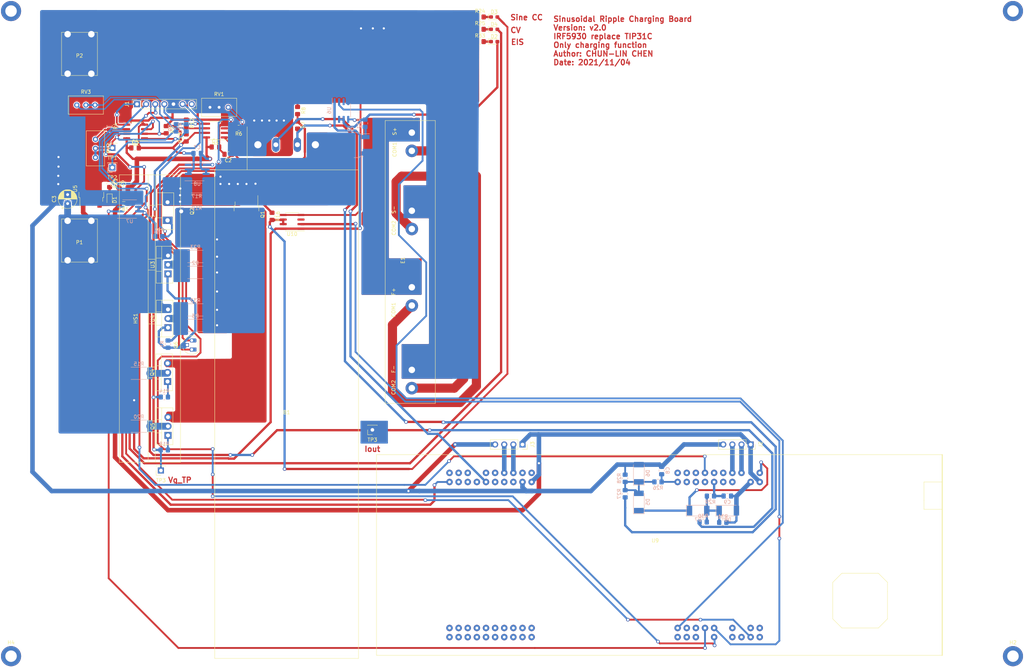
<source format=kicad_pcb>
(kicad_pcb (version 20171130) (host pcbnew "(5.1.10)-1")
  (layers (0 F.Cu signal) (31 B.Cu signal) (34 B.Paste user hide) (35 F.Paste user hide) (36 B.SilkS user hide) (37 F.SilkS user hide) (38 B.Mask user hide) (39 F.Mask user hide) (44 Edge.Cuts user hide))
  (net 0 "")
  (net 1 bat+)
  (net 2 -BATT)
  (net 3 Vbat-)
  (net 4 +5VA)
  (net 5 "Net-(C2-Pad1)")
  (net 6 +12V)
  (net 7 +5V)
  (net 8 Vbat+)
  (net 9 Viout)
  (net 10 "Net-(D1-Pad1)")
  (net 11 "Net-(D3-Pad1)")
  (net 12 Q1_g)
  (net 13 Q2_g)
  (net 14 "Net-(D4-Pad1)")
  (net 15 "Net-(D5-Pad2)")
  (net 16 +3V3)
  (net 17 "Net-(D7-Pad2)")
  (net 18 "Net-(E1-Pad1)")
  (net 19 "Net-(E1-Pad2)")
  (net 20 "Net-(E1-Pad4)")
  (net 21 sigout)
  (net 22 CS)
  (net 23 SCLK)
  (net 24 MOSI)
  (net 25 "Net-(J1-Pad7)")
  (net 26 SCIBRX)
  (net 27 SCIBTX)
  (net 28 SCIATX)
  (net 29 SCIARX)
  (net 30 "Net-(Q1-Pad2)")
  (net 31 "Net-(Q1-Pad1)")
  (net 32 "Net-(Q2-Pad1)")
  (net 33 +4.2V)
  (net 34 "Net-(Q3-Pad1)")
  (net 35 "Net-(Q4-Pad2)")
  (net 36 "Net-(Q4-Pad1)")
  (net 37 "Net-(Q5-Pad1)")
  (net 38 "Net-(Q5-Pad2)")
  (net 39 "Net-(Q6-Pad2)")
  (net 40 "Net-(Q6-Pad1)")
  (net 41 "Net-(R1-Pad1)")
  (net 42 "Net-(R2-Pad2)")
  (net 43 "Net-(R4-Pad2)")
  (net 44 "Net-(R5-Pad2)")
  (net 45 "Net-(R6-Pad1)")
  (net 46 "Net-(R7-Pad1)")
  (net 47 "Net-(R9-Pad2)")
  (net 48 "Net-(R10-Pad1)")
  (net 49 "Net-(R10-Pad2)")
  (net 50 "Net-(R12-Pad2)")
  (net 51 signal)
  (net 52 Rs-)
  (net 53 Rs+)
  (net 54 Q3_g)
  (net 55 Iout)
  (net 56 bias_ctl)
  (net 57 EIS_g)
  (net 58 CV_g)
  (net 59 "Net-(U8-Pad4)")
  (net 60 "Net-(U9-Pad2)")
  (net 61 "Net-(U9-Pad5)")
  (net 62 "Net-(U9-Pad6)")
  (net 63 "Net-(U9-Pad8)")
  (net 64 "Net-(U9-Pad9)")
  (net 65 "Net-(U9-Pad10)")
  (net 66 "Net-(U9-Pad23)")
  (net 67 "Net-(U9-Pad24)")
  (net 68 "Net-(U9-Pad25)")
  (net 69 "Net-(U9-Pad27)")
  (net 70 "Net-(U9-Pad28)")
  (net 71 "Net-(U9-Pad29)")
  (net 72 "Net-(U9-Pad18)")
  (net 73 "Net-(U9-Pad32)")
  (net 74 "Net-(U9-Pad33)")
  (net 75 "Net-(U9-Pad40)")
  (net 76 "Net-(U9-Pad16)")
  (net 77 CC_g)
  (net 78 "Net-(U9-Pad17)")
  (net 79 "Net-(U9-Pad37)")
  (net 80 "Net-(U9-Pad12)")
  (net 81 "Net-(U9-Pad36)")
  (net 82 "Net-(U9-Pad13)")
  (net 83 "Net-(U9-Pad39)")
  (net 84 "Net-(U9-Pad38)")
  (net 85 "Net-(U9-Pad11)")
  (net 86 "Net-(U9-Pad14)")
  (net 87 "Net-(U9-Pad72)")
  (net 88 "Net-(U9-Pad58)")
  (net 89 "Net-(U9-Pad57)")
  (net 90 "Net-(U9-Pad74)")
  (net 91 "Net-(U9-Pad75)")
  (net 92 "Net-(U9-Pad71)")
  (net 93 "Net-(U9-Pad56)")
  (net 94 "Net-(U9-Pad80)")
  (net 95 "Net-(U9-Pad73)")
  (net 96 "Net-(U9-Pad59)")
  (net 97 "Net-(U9-Pad51)")
  (net 98 "Net-(U9-Pad78)")
  (net 99 "Net-(U9-Pad79)")
  (net 100 "Net-(U9-Pad54)")
  (net 101 "Net-(U9-Pad63)")
  (net 102 "Net-(U9-Pad49)")
  (net 103 "Net-(U9-Pad47)")
  (net 104 "Net-(U9-Pad48)")
  (net 105 "Net-(U9-Pad41)")
  (net 106 "Net-(U9-Pad65)")
  (net 107 "Net-(U9-Pad50)")
  (net 108 "Net-(U9-Pad46)")
  (net 109 "Net-(U9-Pad64)")
  (net 110 "Net-(U9-Pad69)")
  (net 111 "Net-(U9-Pad45)")
  (net 112 "Net-(U9-Pad68)")
  (net 113 "Net-(U9-Pad42)")
  (net 114 "Net-(U9-Pad67)")
  (net 115 "Net-(U9-Pad52)")
  (net 116 "Net-(U9-Pad76)")
  (net 117 "Net-(U9-Pad77)")
  (net 118 "Net-(U9-Pad55)")
  (net 119 "Net-(U9-Pad53)")
  (net 120 "Net-(D2-Pad1)")
  (module MountingHole:MountingHole_3.2mm_M3_DIN965_Pad_TopBottom (layer F.Cu) (at 16.51 199.644)
    (fp_text reference H4 (at 0 -3.8) (layer F.SilkS))
    (fp_text value MountingHole)
    (pad 1 connect circle (at 0 0) (size 5.6 5.6) (layers B.Cu B.Mask))
    (pad 1 connect circle (at 0 0) (size 5.6 5.6) (layers F.Cu F.Mask))
    (pad 1 thru_hole circle (at 0 0) (size 3.6 3.6) (drill 3.2) (layers *.Cu *.Mask))
  )
  (module MountingHole:MountingHole_3.2mm_M3_DIN965_Pad_TopBottom (layer F.Cu) (at 16.51 20.066)
    (fp_text reference H3 (at 0 -3.8) (layer F.SilkS))
    (fp_text value MountingHole)
    (pad 1 connect circle (at 0 0) (size 5.6 5.6) (layers B.Cu B.Mask))
    (pad 1 connect circle (at 0 0) (size 5.6 5.6) (layers F.Cu F.Mask))
    (pad 1 thru_hole circle (at 0 0) (size 3.6 3.6) (drill 3.2) (layers *.Cu *.Mask))
  )
  (module MountingHole:MountingHole_3.2mm_M3_DIN965_Pad_TopBottom (layer F.Cu) (at 295.402 199.644)
    (fp_text reference H2 (at 0 -3.8) (layer F.SilkS))
    (fp_text value MountingHole)
    (pad 1 connect circle (at 0 0) (size 5.6 5.6) (layers B.Cu B.Mask))
    (pad 1 connect circle (at 0 0) (size 5.6 5.6) (layers F.Cu F.Mask))
    (pad 1 thru_hole circle (at 0 0) (size 3.6 3.6) (drill 3.2) (layers *.Cu *.Mask))
  )
  (module MountingHole:MountingHole_3.2mm_M3_DIN965_Pad_TopBottom (layer F.Cu) (at 295.402 20.066)
    (fp_text reference H1 (at 0 -3.8) (layer F.SilkS))
    (fp_text value MountingHole)
    (pad 1 connect circle (at 0 0) (size 5.6 5.6) (layers B.Cu B.Mask))
    (pad 1 connect circle (at 0 0) (size 5.6 5.6) (layers F.Cu F.Mask))
    (pad 1 thru_hole circle (at 0 0) (size 3.6 3.6) (drill 3.2) (layers *.Cu *.Mask))
  )
  (module Connector_PinSocket_2.54mm:PinSocket_1x01_P2.54mm_Vertical (layer F.Cu) (at 117.094 136.652 180)
    (fp_text reference TP3 (at 0 -2.77) (layer F.SilkS))
    (fp_text value Vg_TP)
    (pad 1 thru_hole rect (at 0 0 180) (size 1.7 1.7) (drill 1) (layers *.Cu *.Mask) (net 55 Iout))
  )
  (module Resistor_SMD:R_2010_5025Metric_Pad1.40x2.65mm_HandSolder (layer B.Cu) (at 68.199 72.644)
    (fp_text reference R19 (at 0 2.28) (layer B.SilkS) (effects (justify mirror)))
    (fp_text value 13m)
    (pad 2 smd roundrect (at 2.4 0) (size 1.4 2.65) (layers B.Cu B.Paste B.Mask) (roundrect_rratio 0.178571) (net 53 Rs+))
    (pad 1 smd roundrect (at -2.4 0) (size 1.4 2.65) (layers B.Cu B.Paste B.Mask) (roundrect_rratio 0.178571) (net 52 Rs-))
  )
  (module Resistor_SMD:R_2010_5025Metric_Pad1.40x2.65mm_HandSolder (layer B.Cu) (at 68.199 69.342)
    (fp_text reference R17 (at 0 2.28) (layer B.SilkS) (effects (justify mirror)))
    (fp_text value 13m)
    (pad 2 smd roundrect (at 2.4 0) (size 1.4 2.65) (layers B.Cu B.Paste B.Mask) (roundrect_rratio 0.178571) (net 53 Rs+))
    (pad 1 smd roundrect (at -2.4 0) (size 1.4 2.65) (layers B.Cu B.Paste B.Mask) (roundrect_rratio 0.178571) (net 52 Rs-))
  )
  (module basic:BatteryHolder-Single (layer F.Cu) (at 93.219 132.277 180)
    (fp_text reference B1 (at 0 0.5) (layer F.SilkS))
    (fp_text value BatteryHolder)
    (pad 3 thru_hole oval (at 3 75 180) (size 1.98 3.96) (drill 1.32) (layers *.Cu *.Mask) (net 3 Vbat-))
    (pad 4 thru_hole oval (at 8 75 180) (size 4 6) (drill 2) (layers *.Cu *.Mask) (net 2 -BATT))
    (pad 2 thru_hole oval (at -3 75 180) (size 1.98 3.96) (drill 1.32) (layers *.Cu *.Mask) (net 1 bat+))
    (pad 1 thru_hole rect (at -8 75 180) (size 4 6) (drill 2) (layers *.Cu *.Mask) (net 53 Rs+))
    (pad 2 thru_hole oval (at -3 75 180) (size 1.98 3.96) (drill 1.32) (layers *.Cu *.Mask) (net 1 bat+))
  )
  (module Package_TO_SOT_THT:TO-220-3_Vertical (layer F.Cu) (at 60.198 108.204 90)
    (fp_text reference U4 (at 2.54 -4.27 90) (layer F.SilkS))
    (fp_text value LM317_TO-220)
    (pad 3 thru_hole oval (at 5.08 0 90) (size 1.905 2) (drill 1.1) (layers *.Cu *.Mask) (net 6 +12V))
    (pad 2 thru_hole oval (at 2.54 0 90) (size 1.905 2) (drill 1.1) (layers *.Cu *.Mask) (net 41 "Net-(R1-Pad1)"))
    (pad 1 thru_hole rect (at 0 0 90) (size 1.905 2) (drill 1.1) (layers *.Cu *.Mask) (net 39 "Net-(Q6-Pad2)"))
  )
  (module Package_TO_SOT_THT:TO-220-3_Vertical (layer F.Cu) (at 60.198 93.218 90)
    (fp_text reference U3 (at 2.54 -4.27 90) (layer F.SilkS))
    (fp_text value LM317_TO-220)
    (pad 3 thru_hole oval (at 5.08 0 90) (size 1.905 2) (drill 1.1) (layers *.Cu *.Mask) (net 6 +12V))
    (pad 2 thru_hole oval (at 2.54 0 90) (size 1.905 2) (drill 1.1) (layers *.Cu *.Mask) (net 42 "Net-(R2-Pad2)"))
    (pad 1 thru_hole rect (at 0 0 90) (size 1.905 2) (drill 1.1) (layers *.Cu *.Mask) (net 39 "Net-(Q6-Pad2)"))
  )
  (module Package_TO_SOT_THT:TO-220-3_Vertical (layer F.Cu) (at 60.198 138.176 90)
    (fp_text reference Q5 (at 2.54 -4.27 90) (layer F.SilkS))
    (fp_text value IRF5930)
    (pad 3 thru_hole oval (at 5.08 0 90) (size 1.905 2) (drill 1.1) (layers *.Cu *.Mask) (net 30 "Net-(Q1-Pad2)"))
    (pad 2 thru_hole oval (at 2.54 0 90) (size 1.905 2) (drill 1.1) (layers *.Cu *.Mask) (net 38 "Net-(Q5-Pad2)"))
    (pad 1 thru_hole rect (at 0 0 90) (size 1.905 2) (drill 1.1) (layers *.Cu *.Mask) (net 37 "Net-(Q5-Pad1)"))
  )
  (module Package_TO_SOT_THT:TO-220-3_Vertical (layer F.Cu) (at 60.071 123.19 90)
    (fp_text reference Q4 (at 2.54 -4.27 90) (layer F.SilkS))
    (fp_text value IRF5930)
    (pad 3 thru_hole oval (at 5.08 0 90) (size 1.905 2) (drill 1.1) (layers *.Cu *.Mask) (net 30 "Net-(Q1-Pad2)"))
    (pad 2 thru_hole oval (at 2.54 0 90) (size 1.905 2) (drill 1.1) (layers *.Cu *.Mask) (net 35 "Net-(Q4-Pad2)"))
    (pad 1 thru_hole rect (at 0 0 90) (size 1.905 2) (drill 1.1) (layers *.Cu *.Mask) (net 36 "Net-(Q4-Pad1)"))
  )
  (module basic:TO220-3_Vertical_T (layer F.Cu) (at 63.881 75.819 90)
    (fp_text reference Q2 (at 0 3.04 90) (layer F.SilkS))
    (fp_text value IPP030N10N3)
    (pad 1 thru_hole rect (at -2.5 -3.81 90) (size 2 2.8) (drill 1.2) (layers *.Cu *.Mask) (net 32 "Net-(Q2-Pad1)"))
    (pad 2 thru_hole oval (at 0 0 90) (size 2 2.8) (drill 1.1) (layers *.Cu *.Mask) (net 33 +4.2V))
    (pad 3 thru_hole oval (at 2.54 -3.81 90) (size 2 2.8) (drill 1.1) (layers *.Cu *.Mask) (net 52 Rs-))
  )
  (module Resistor_SMD:R_0805_2012Metric_Pad1.20x1.40mm_HandSolder (layer F.Cu) (at 96.266 51.816 270)
    (fp_text reference R7 (at 0 -1.65 270) (layer F.SilkS))
    (fp_text value 2M)
    (pad 1 smd roundrect (at -1 0 270) (size 1.2 1.4) (layers F.Cu F.Paste F.Mask) (roundrect_rratio 0.208333) (net 46 "Net-(R7-Pad1)"))
    (pad 2 smd roundrect (at 1 0 270) (size 1.2 1.4) (layers F.Cu F.Paste F.Mask) (roundrect_rratio 0.208333) (net 1 bat+))
  )
  (module Potentiometer_THT:Potentiometer_Bourns_3296W_Vertical (layer F.Cu) (at 76.962 46.863)
    (fp_text reference RV1 (at -2.54 -3.66) (layer F.SilkS))
    (fp_text value 1k)
    (pad 1 thru_hole circle (at 0 0) (size 1.44 1.44) (drill 0.8) (layers *.Cu *.Mask) (net 45 "Net-(R6-Pad1)"))
    (pad 2 thru_hole circle (at -2.54 0) (size 1.44 1.44) (drill 0.8) (layers *.Cu *.Mask) (net 2 -BATT))
    (pad 3 thru_hole circle (at -5.08 0) (size 1.44 1.44) (drill 0.8) (layers *.Cu *.Mask) (net 2 -BATT))
  )
  (module Potentiometer_THT:Potentiometer_Bourns_3296W_Vertical (layer F.Cu) (at 39.878 46.228)
    (fp_text reference RV3 (at -2.54 -3.66) (layer F.SilkS))
    (fp_text value 100k)
    (pad 3 thru_hole circle (at -5.08 0) (size 1.44 1.44) (drill 0.8) (layers *.Cu *.Mask) (net 44 "Net-(R5-Pad2)"))
    (pad 2 thru_hole circle (at -2.54 0) (size 1.44 1.44) (drill 0.8) (layers *.Cu *.Mask) (net 49 "Net-(R10-Pad2)"))
    (pad 1 thru_hole circle (at 0 0) (size 1.44 1.44) (drill 0.8) (layers *.Cu *.Mask) (net 49 "Net-(R10-Pad2)"))
  )
  (module Resistor_SMD:R_0805_2012Metric_Pad1.20x1.40mm_HandSolder (layer F.Cu) (at 147.066 28.575)
    (fp_text reference R33 (at 0 -1.65) (layer F.SilkS))
    (fp_text value 1k)
    (pad 2 smd roundrect (at 1 0) (size 1.2 1.4) (layers F.Cu F.Paste F.Mask) (roundrect_rratio 0.208333) (net 120 "Net-(D2-Pad1)"))
    (pad 1 smd roundrect (at -1 0) (size 1.2 1.4) (layers F.Cu F.Paste F.Mask) (roundrect_rratio 0.208333) (net 2 -BATT))
  )
  (module LED_SMD:LED_0603_1608Metric_Pad1.05x0.95mm_HandSolder (layer F.Cu) (at 151.003 28.575)
    (fp_text reference D2 (at 0 -1.43) (layer F.SilkS))
    (fp_text value RED)
    (pad 2 smd roundrect (at 0.875 0) (size 1.05 0.95) (layers F.Cu F.Paste F.Mask) (net 54 Q3_g))
    (pad 1 smd roundrect (at -0.875 0) (size 1.05 0.95) (layers F.Cu F.Paste F.Mask) (net 120 "Net-(D2-Pad1)"))
  )
  (module Resistor_SMD:R_2512_6332Metric_Pad1.40x3.35mm_HandSolder (layer B.Cu) (at 67.818 103.254 180)
    (fp_text reference R32 (at 0 2.62) (layer B.SilkS) (effects (justify mirror)))
    (fp_text value 510m)
    (pad 2 smd roundrect (at 3.05 0 180) (size 1.4 3.35) (layers B.Cu B.Paste B.Mask) (roundrect_rratio 0.178571) (net 41 "Net-(R1-Pad1)"))
    (pad 1 smd roundrect (at -3.05 0 180) (size 1.4 3.35) (layers B.Cu B.Paste B.Mask) (roundrect_rratio 0.178571) (net 33 +4.2V))
  )
  (module Resistor_SMD:R_2512_6332Metric_Pad1.40x3.35mm_HandSolder (layer B.Cu) (at 67.818 88.392 180)
    (fp_text reference R23 (at 0 2.62) (layer B.SilkS) (effects (justify mirror)))
    (fp_text value 510m)
    (pad 2 smd roundrect (at 3.05 0 180) (size 1.4 3.35) (layers B.Cu B.Paste B.Mask) (roundrect_rratio 0.178571) (net 42 "Net-(R2-Pad2)"))
    (pad 1 smd roundrect (at -3.05 0 180) (size 1.4 3.35) (layers B.Cu B.Paste B.Mask) (roundrect_rratio 0.178571) (net 33 +4.2V))
  )
  (module Resistor_SMD:R_2512_6332Metric_Pad1.40x3.35mm_HandSolder (layer B.Cu) (at 67.818 107.569 180)
    (fp_text reference R3 (at 0 2.62) (layer B.SilkS) (effects (justify mirror)))
    (fp_text value 510m)
    (pad 2 smd roundrect (at 3.05 0 180) (size 1.4 3.35) (layers B.Cu B.Paste B.Mask) (roundrect_rratio 0.178571) (net 41 "Net-(R1-Pad1)"))
    (pad 1 smd roundrect (at -3.05 0 180) (size 1.4 3.35) (layers B.Cu B.Paste B.Mask) (roundrect_rratio 0.178571) (net 33 +4.2V))
  )
  (module Resistor_SMD:R_2512_6332Metric_Pad1.40x3.35mm_HandSolder (layer B.Cu) (at 67.818 92.837 180)
    (fp_text reference R2 (at 0 2.62) (layer B.SilkS) (effects (justify mirror)))
    (fp_text value 510m)
    (pad 2 smd roundrect (at 3.05 0 180) (size 1.4 3.35) (layers B.Cu B.Paste B.Mask) (roundrect_rratio 0.178571) (net 42 "Net-(R2-Pad2)"))
    (pad 1 smd roundrect (at -3.05 0 180) (size 1.4 3.35) (layers B.Cu B.Paste B.Mask) (roundrect_rratio 0.178571) (net 33 +4.2V))
  )
  (module basic:Heatsink_80mmx8mm_5hole (layer F.Cu) (at 50.673 105.664 90)
    (fp_text reference HS1 (at 0 0.5 90) (layer F.SilkS))
    (fp_text value Heatsink)
  )
  (module Package_SO:SOIC-8_3.9x4.9mm_P1.27mm (layer F.Cu) (at 73.406 53.34 180)
    (fp_text reference U1 (at 0 -3.4) (layer F.SilkS))
    (fp_text value LM358)
    (pad 8 smd roundrect (at 2.475 -1.905 180) (size 1.95 0.6) (layers F.Cu F.Paste F.Mask) (net 4 +5VA))
    (pad 7 smd roundrect (at 2.475 -0.635 180) (size 1.95 0.6) (layers F.Cu F.Paste F.Mask) (net 51 signal))
    (pad 6 smd roundrect (at 2.475 0.635 180) (size 1.95 0.6) (layers F.Cu F.Paste F.Mask) (net 50 "Net-(R12-Pad2)"))
    (pad 5 smd roundrect (at 2.475 1.905 180) (size 1.95 0.6) (layers F.Cu F.Paste F.Mask) (net 48 "Net-(R10-Pad1)"))
    (pad 4 smd roundrect (at -2.475 1.905 180) (size 1.95 0.6) (layers F.Cu F.Paste F.Mask) (net 2 -BATT))
    (pad 3 smd roundrect (at -2.475 0.635 180) (size 1.95 0.6) (layers F.Cu F.Paste F.Mask) (net 40 "Net-(Q6-Pad1)"))
    (pad 2 smd roundrect (at -2.475 -0.635 180) (size 1.95 0.6) (layers F.Cu F.Paste F.Mask) (net 46 "Net-(R7-Pad1)"))
    (pad 1 smd roundrect (at -2.475 -1.905 180) (size 1.95 0.6) (layers F.Cu F.Paste F.Mask) (net 5 "Net-(C2-Pad1)"))
  )
  (module Diode_SMD:D_MELF (layer B.Cu) (at 216.027 159.131)
    (fp_text reference D8 (at 0 2.5) (layer B.SilkS) (effects (justify mirror)))
    (fp_text value 1N4148)
    (pad 2 smd rect (at 2.4 0) (size 1.5 2.7) (layers B.Cu B.Paste B.Mask) (net 2 -BATT))
    (pad 1 smd rect (at -2.4 0) (size 1.5 2.7) (layers B.Cu B.Paste B.Mask) (net 17 "Net-(D7-Pad2)"))
  )
  (module Diode_SMD:D_MELF (layer B.Cu) (at 207.772 159.131)
    (fp_text reference D7 (at 0 2.5) (layer B.SilkS) (effects (justify mirror)))
    (fp_text value 1N4148)
    (pad 2 smd rect (at 2.4 0) (size 1.5 2.7) (layers B.Cu B.Paste B.Mask) (net 17 "Net-(D7-Pad2)"))
    (pad 1 smd rect (at -2.4 0) (size 1.5 2.7) (layers B.Cu B.Paste B.Mask) (net 16 +3V3))
  )
  (module Diode_SMD:D_MELF (layer B.Cu) (at 191.262 148.717 90)
    (fp_text reference D6 (at 0 2.5 270) (layer B.SilkS) (effects (justify mirror)))
    (fp_text value 1N4148)
    (pad 2 smd rect (at 2.4 0 90) (size 1.5 2.7) (layers B.Cu B.Paste B.Mask) (net 2 -BATT))
    (pad 1 smd rect (at -2.4 0 90) (size 1.5 2.7) (layers B.Cu B.Paste B.Mask) (net 15 "Net-(D5-Pad2)"))
  )
  (module Diode_SMD:D_MELF (layer B.Cu) (at 191.262 156.718 90)
    (fp_text reference D5 (at 0 2.5 270) (layer B.SilkS) (effects (justify mirror)))
    (fp_text value 1N4148)
    (pad 2 smd rect (at 2.4 0 90) (size 1.5 2.7) (layers B.Cu B.Paste B.Mask) (net 15 "Net-(D5-Pad2)"))
    (pad 1 smd rect (at -2.4 0 90) (size 1.5 2.7) (layers B.Cu B.Paste B.Mask) (net 16 +3V3))
  )
  (module Package_TO_SOT_SMD:TO-252-2 (layer B.Cu) (at 110.998 57.404 180)
    (fp_text reference Q3 (at 0 4.5) (layer B.SilkS) (effects (justify mirror)))
    (fp_text value 600N25NG)
    (pad 2 smd rect (at 2.1 0 180) (size 6.4 5.8) (layers B.Cu B.Mask) (net 53 Rs+))
    (pad 3 smd rect (at -4.2 -2.28 180) (size 2.2 1.2) (layers B.Cu B.Paste B.Mask) (net 18 "Net-(E1-Pad1)"))
    (pad 1 smd rect (at -4.2 2.28 180) (size 2.2 1.2) (layers B.Cu B.Paste B.Mask) (net 34 "Net-(Q3-Pad1)"))
  )
  (module Package_TO_SOT_SMD:TO-252-2 (layer F.Cu) (at 82.042 76.708 270)
    (fp_text reference Q1 (at 0 -4.5 270) (layer F.SilkS))
    (fp_text value 600N25NG)
    (pad 2 smd rect (at 2.1 0 270) (size 6.4 5.8) (layers F.Cu F.Mask) (net 30 "Net-(Q1-Pad2)"))
    (pad 3 smd rect (at -4.2 2.28 270) (size 2.2 1.2) (layers F.Cu F.Paste F.Mask) (net 52 Rs-))
    (pad 1 smd rect (at -4.2 -2.28 270) (size 2.2 1.2) (layers F.Cu F.Paste F.Mask) (net 31 "Net-(Q1-Pad1)"))
  )
  (module Package_SO:SOIC-8_3.9x4.9mm_P1.27mm (layer F.Cu) (at 94.742 78.74 180)
    (fp_text reference U10 (at 0 -3.4 180) (layer F.SilkS))
    (fp_text value TC4420EOA)
    (pad 8 smd roundrect (at 2.475 -1.905 180) (size 1.95 0.6) (layers F.Cu F.Paste F.Mask) (net 6 +12V))
    (pad 7 smd roundrect (at 2.475 -0.635 180) (size 1.95 0.6) (layers F.Cu F.Paste F.Mask) (net 12 Q1_g))
    (pad 6 smd roundrect (at 2.475 0.635 180) (size 1.95 0.6) (layers F.Cu F.Paste F.Mask) (net 12 Q1_g))
    (pad 5 smd roundrect (at 2.475 1.905 180) (size 1.95 0.6) (layers F.Cu F.Paste F.Mask) (net 2 -BATT))
    (pad 4 smd roundrect (at -2.475 1.905 180) (size 1.95 0.6) (layers F.Cu F.Paste F.Mask) (net 2 -BATT))
    (pad 3 smd roundrect (at -2.475 0.635 180) (size 1.95 0.6) (layers F.Cu F.Paste F.Mask))
    (pad 2 smd roundrect (at -2.475 -0.635 180) (size 1.95 0.6) (layers F.Cu F.Paste F.Mask) (net 77 CC_g))
    (pad 1 smd roundrect (at -2.475 -1.905 180) (size 1.95 0.6) (layers F.Cu F.Paste F.Mask) (net 6 +12V))
  )
  (module Package_SO:SOIC-8_3.9x4.9mm_P1.27mm (layer B.Cu) (at 49.53 75.184)
    (fp_text reference U7 (at 0 3.4 180) (layer B.SilkS) (effects (justify mirror)))
    (fp_text value TC4420EOA)
    (pad 8 smd roundrect (at 2.475 1.905) (size 1.95 0.6) (layers B.Cu B.Paste B.Mask) (net 6 +12V))
    (pad 7 smd roundrect (at 2.475 0.635) (size 1.95 0.6) (layers B.Cu B.Paste B.Mask) (net 13 Q2_g))
    (pad 6 smd roundrect (at 2.475 -0.635) (size 1.95 0.6) (layers B.Cu B.Paste B.Mask) (net 13 Q2_g))
    (pad 5 smd roundrect (at 2.475 -1.905) (size 1.95 0.6) (layers B.Cu B.Paste B.Mask) (net 2 -BATT))
    (pad 4 smd roundrect (at -2.475 -1.905) (size 1.95 0.6) (layers B.Cu B.Paste B.Mask) (net 2 -BATT))
    (pad 3 smd roundrect (at -2.475 -0.635) (size 1.95 0.6) (layers B.Cu B.Paste B.Mask))
    (pad 2 smd roundrect (at -2.475 0.635) (size 1.95 0.6) (layers B.Cu B.Paste B.Mask) (net 58 CV_g))
    (pad 1 smd roundrect (at -2.475 1.905) (size 1.95 0.6) (layers B.Cu B.Paste B.Mask) (net 6 +12V))
  )
  (module Package_SO:SOIC-8_3.9x4.9mm_P1.27mm (layer B.Cu) (at 108.458 47.752 270)
    (fp_text reference U6 (at 0 3.4 270) (layer B.SilkS) (effects (justify mirror)))
    (fp_text value TC4420EOA)
    (pad 8 smd roundrect (at 2.475 1.905 270) (size 1.95 0.6) (layers B.Cu B.Paste B.Mask) (net 6 +12V))
    (pad 7 smd roundrect (at 2.475 0.635 270) (size 1.95 0.6) (layers B.Cu B.Paste B.Mask) (net 54 Q3_g))
    (pad 6 smd roundrect (at 2.475 -0.635 270) (size 1.95 0.6) (layers B.Cu B.Paste B.Mask) (net 54 Q3_g))
    (pad 5 smd roundrect (at 2.475 -1.905 270) (size 1.95 0.6) (layers B.Cu B.Paste B.Mask) (net 2 -BATT))
    (pad 4 smd roundrect (at -2.475 -1.905 270) (size 1.95 0.6) (layers B.Cu B.Paste B.Mask) (net 2 -BATT))
    (pad 3 smd roundrect (at -2.475 -0.635 270) (size 1.95 0.6) (layers B.Cu B.Paste B.Mask))
    (pad 2 smd roundrect (at -2.475 0.635 270) (size 1.95 0.6) (layers B.Cu B.Paste B.Mask) (net 57 EIS_g))
    (pad 1 smd roundrect (at -2.475 1.905 270) (size 1.95 0.6) (layers B.Cu B.Paste B.Mask) (net 6 +12V))
  )
  (module Resistor_SMD:R_0805_2012Metric_Pad1.20x1.40mm_HandSolder (layer F.Cu) (at 89.154 77.216 270)
    (fp_text reference R16 (at 0 -1.65 90) (layer F.SilkS))
    (fp_text value 10)
    (pad 2 smd roundrect (at 1 0 270) (size 1.2 1.4) (layers F.Cu F.Paste F.Mask) (roundrect_rratio 0.208333) (net 12 Q1_g))
    (pad 1 smd roundrect (at -1 0 270) (size 1.2 1.4) (layers F.Cu F.Paste F.Mask) (roundrect_rratio 0.208333) (net 31 "Net-(Q1-Pad1)"))
  )
  (module Package_TO_SOT_SMD:TO-252-2 (layer F.Cu) (at 38.863 69.513 90)
    (fp_text reference U5 (at 0 -4.5 270) (layer F.SilkS))
    (fp_text value L7805)
    (pad 2 smd rect (at 2.1 0 90) (size 6.4 5.8) (layers F.Cu F.Mask) (net 2 -BATT))
    (pad 3 smd rect (at -4.2 2.28 90) (size 2.2 1.2) (layers F.Cu F.Paste F.Mask) (net 7 +5V))
    (pad 1 smd rect (at -4.2 -2.28 90) (size 2.2 1.2) (layers F.Cu F.Paste F.Mask) (net 6 +12V))
  )
  (module Capacitor_SMD:C_0805_2012Metric_Pad1.18x1.45mm_HandSolder (layer F.Cu) (at 73.406 57.912)
    (fp_text reference C1 (at 0 -1.68) (layer F.SilkS))
    (fp_text value 100n)
    (pad 2 smd roundrect (at 1.0375 0) (size 1.175 1.45) (layers F.Cu F.Paste F.Mask) (roundrect_rratio 0.212766) (net 2 -BATT))
    (pad 1 smd roundrect (at -1.0375 0) (size 1.175 1.45) (layers F.Cu F.Paste F.Mask) (roundrect_rratio 0.212766) (net 4 +5VA))
  )
  (module Capacitor_SMD:C_0805_2012Metric_Pad1.18x1.45mm_HandSolder (layer F.Cu) (at 76.962 59.944 180)
    (fp_text reference C2 (at 0 -1.68 180) (layer F.SilkS))
    (fp_text value 270p)
    (pad 1 smd roundrect (at -1.0375 0 180) (size 1.175 1.45) (layers F.Cu F.Paste F.Mask) (roundrect_rratio 0.212766) (net 5 "Net-(C2-Pad1)"))
    (pad 2 smd roundrect (at 1.0375 0 180) (size 1.175 1.45) (layers F.Cu F.Paste F.Mask) (roundrect_rratio 0.212766) (net 2 -BATT))
  )
  (module Capacitor_THT:CP_Radial_D5.0mm_P2.50mm (layer F.Cu) (at 32.258 73.66 90)
    (fp_text reference C3 (at 1.25 -3.75 90) (layer F.SilkS))
    (fp_text value 0.33u)
    (pad 1 thru_hole rect (at 0 0 90) (size 1.6 1.6) (drill 0.8) (layers *.Cu *.Mask) (net 6 +12V))
    (pad 2 thru_hole circle (at 2.5 0 90) (size 1.6 1.6) (drill 0.8) (layers *.Cu *.Mask) (net 2 -BATT))
  )
  (module Capacitor_SMD:C_0805_2012Metric_Pad1.18x1.45mm_HandSolder (layer F.Cu) (at 46.482 68.0935 90)
    (fp_text reference C4 (at 0 -1.68 90) (layer F.SilkS))
    (fp_text value 100n)
    (pad 2 smd roundrect (at 1.0375 0 90) (size 1.175 1.45) (layers F.Cu F.Paste F.Mask) (roundrect_rratio 0.212766) (net 2 -BATT))
    (pad 1 smd roundrect (at -1.0375 0 90) (size 1.175 1.45) (layers F.Cu F.Paste F.Mask) (roundrect_rratio 0.212766) (net 7 +5V))
  )
  (module Capacitor_SMD:C_0805_2012Metric_Pad1.18x1.45mm_HandSolder (layer F.Cu) (at 51.0325 58.166)
    (fp_text reference C5 (at 0 -1.68) (layer F.SilkS))
    (fp_text value 100n)
    (pad 1 smd roundrect (at -1.0375 0) (size 1.175 1.45) (layers F.Cu F.Paste F.Mask) (roundrect_rratio 0.212766) (net 4 +5VA))
    (pad 2 smd roundrect (at 1.0375 0) (size 1.175 1.45) (layers F.Cu F.Paste F.Mask) (roundrect_rratio 0.212766) (net 2 -BATT))
  )
  (module Capacitor_SMD:C_0805_2012Metric_Pad1.18x1.45mm_HandSolder (layer F.Cu) (at 49.149 68.072 90)
    (fp_text reference C6 (at 0 -1.68 90) (layer F.SilkS))
    (fp_text value 100n)
    (pad 2 smd roundrect (at 1.0375 0 90) (size 1.175 1.45) (layers F.Cu F.Paste F.Mask) (roundrect_rratio 0.212766) (net 2 -BATT))
    (pad 1 smd roundrect (at -1.0375 0 90) (size 1.175 1.45) (layers F.Cu F.Paste F.Mask) (roundrect_rratio 0.212766) (net 4 +5VA))
  )
  (module Capacitor_SMD:C_0805_2012Metric_Pad1.18x1.45mm_HandSolder (layer B.Cu) (at 68.326 59.69 180)
    (fp_text reference C7 (at 0 1.68) (layer B.SilkS) (effects (justify mirror)))
    (fp_text value 100n)
    (pad 1 smd roundrect (at -1.0375 0 180) (size 1.175 1.45) (layers B.Cu B.Paste B.Mask) (roundrect_rratio 0.212766) (net 4 +5VA))
    (pad 2 smd roundrect (at 1.0375 0 180) (size 1.175 1.45) (layers B.Cu B.Paste B.Mask) (roundrect_rratio 0.212766) (net 2 -BATT))
  )
  (module Capacitor_SMD:C_0805_2012Metric_Pad1.18x1.45mm_HandSolder (layer B.Cu) (at 197.612 147.955 90)
    (fp_text reference C8 (at 0 1.68 270) (layer B.SilkS) (effects (justify mirror)))
    (fp_text value 100n)
    (pad 1 smd roundrect (at -1.0375 0 90) (size 1.175 1.45) (layers B.Cu B.Paste B.Mask) (roundrect_rratio 0.212766) (net 8 Vbat+))
    (pad 2 smd roundrect (at 1.0375 0 90) (size 1.175 1.45) (layers B.Cu B.Paste B.Mask) (roundrect_rratio 0.212766) (net 2 -BATT))
  )
  (module Capacitor_SMD:C_0805_2012Metric_Pad1.18x1.45mm_HandSolder (layer B.Cu) (at 215.9 155.067)
    (fp_text reference C9 (at 0 1.68) (layer B.SilkS) (effects (justify mirror)))
    (fp_text value 100n)
    (pad 2 smd roundrect (at 1.0375 0) (size 1.175 1.45) (layers B.Cu B.Paste B.Mask) (roundrect_rratio 0.212766) (net 2 -BATT))
    (pad 1 smd roundrect (at -1.0375 0) (size 1.175 1.45) (layers B.Cu B.Paste B.Mask) (roundrect_rratio 0.212766) (net 9 Viout))
  )
  (module LED_SMD:LED_0603_1608Metric_Pad1.05x0.95mm_HandSolder (layer F.Cu) (at 43.942 72.644 270)
    (fp_text reference D1 (at 0 -1.43 90) (layer F.SilkS))
    (fp_text value GREEN)
    (pad 1 smd roundrect (at -0.875 0 270) (size 1.05 0.95) (layers F.Cu F.Paste F.Mask) (net 10 "Net-(D1-Pad1)"))
    (pad 2 smd roundrect (at 0.875 0 270) (size 1.05 0.95) (layers F.Cu F.Paste F.Mask) (net 7 +5V))
  )
  (module LED_SMD:LED_0603_1608Metric_Pad1.05x0.95mm_HandSolder (layer F.Cu) (at 151.003 21.717)
    (fp_text reference D3 (at 0 -1.43) (layer F.SilkS))
    (fp_text value RED)
    (pad 1 smd roundrect (at -0.875 0) (size 1.05 0.95) (layers F.Cu F.Paste F.Mask) (net 11 "Net-(D3-Pad1)"))
    (pad 2 smd roundrect (at 0.875 0) (size 1.05 0.95) (layers F.Cu F.Paste F.Mask) (net 12 Q1_g))
  )
  (module LED_SMD:LED_0603_1608Metric_Pad1.05x0.95mm_HandSolder (layer F.Cu) (at 151.003 25.146)
    (fp_text reference D4 (at 0 -1.43) (layer F.SilkS))
    (fp_text value RED)
    (pad 2 smd roundrect (at 0.875 0) (size 1.05 0.95) (layers F.Cu F.Paste F.Mask) (net 13 Q2_g))
    (pad 1 smd roundrect (at -0.875 0) (size 1.05 0.95) (layers F.Cu F.Paste F.Mask) (net 14 "Net-(D4-Pad1)"))
  )
  (module basic:CN0510_BNC (layer F.Cu) (at 128.27 54.356 270)
    (fp_text reference E1 (at 35.1 2.7 90) (layer F.SilkS))
    (fp_text value EISport)
    (fp_text user S+ (at -0.8 4.98 90) (layer F.SilkS))
    (fp_text user S- (at 21.02 5.18 90) (layer F.SilkS))
    (fp_text user F+ (at 43.81 5.28 90) (layer F.SilkS))
    (fp_text user F- (at 65.4 5.28 90) (layer F.SilkS))
    (fp_text user COM1 (at 4.28 4.98 90) (layer F.SilkS))
    (fp_text user COM2 (at 26.1 5.18 90) (layer F.SilkS))
    (fp_text user COM1 (at 48.89 5.28 90) (layer F.SilkS))
    (fp_text user COM2 (at 70.48 5.28 90) (layer F.SilkS))
    (pad 1 thru_hole circle (at -0.45 0.2 270) (size 3.5 3.5) (drill 1.8) (layers *.Cu *.Mask) (net 18 "Net-(E1-Pad1)"))
    (pad 2 thru_hole circle (at 4.63 0.2 270) (size 3.5 3.5) (drill 1.8) (layers *.Cu *.Mask) (net 19 "Net-(E1-Pad2)"))
    (pad 3 thru_hole circle (at 21.3 0.2 270) (size 3.5 3.5) (drill 1.8) (layers *.Cu *.Mask) (net 2 -BATT))
    (pad 4 thru_hole circle (at 26.38 0.2 270) (size 3.5 3.5) (drill 1.8) (layers *.Cu B.Mask) (net 20 "Net-(E1-Pad4)"))
    (pad 5 thru_hole circle (at 42.6 0.2 270) (size 3.5 3.5) (drill 1.8) (layers *.Cu *.Mask) (net 18 "Net-(E1-Pad1)"))
    (pad 7 thru_hole circle (at 65.6 0.2 270) (size 3.5 3.5) (drill 1.8) (layers *.Cu *.Mask) (net 2 -BATT))
    (pad 2 thru_hole circle (at 47.68 0.2 270) (size 3.5 3.5) (drill 1.8) (layers *.Cu *.Mask) (net 19 "Net-(E1-Pad2)"))
    (pad 4 thru_hole circle (at 70.68 0.2 270) (size 3.5 3.5) (drill 1.8) (layers *.Cu B.Mask) (net 20 "Net-(E1-Pad4)"))
  )
  (module Inductor_SMD:L_0805_2012Metric_Pad1.05x1.20mm_HandSolder (layer F.Cu) (at 47.879 73.66 180)
    (fp_text reference FB1 (at 0 -1.55 180) (layer F.SilkS))
    (fp_text value 600@1MHz)
    (pad 1 smd roundrect (at -1.15 0 180) (size 1.05 1.2) (layers F.Cu F.Paste F.Mask) (roundrect_rratio 0.238095) (net 4 +5VA))
    (pad 2 smd roundrect (at 1.15 0 180) (size 1.05 1.2) (layers F.Cu F.Paste F.Mask) (roundrect_rratio 0.238095) (net 7 +5V))
  )
  (module Connector_PinSocket_2.54mm:PinSocket_1x07_P2.54mm_Vertical (layer F.Cu) (at 51.562 45.974 90)
    (fp_text reference J1 (at 0 -2.77 90) (layer F.SilkS))
    (fp_text value AD9833)
    (pad 1 thru_hole rect (at 0 0 90) (size 1.7 1.7) (drill 1) (layers *.Cu *.Mask) (net 21 sigout))
    (pad 2 thru_hole oval (at 0 2.54 90) (size 1.7 1.7) (drill 1) (layers *.Cu *.Mask) (net 22 CS))
    (pad 3 thru_hole oval (at 0 5.08 90) (size 1.7 1.7) (drill 1) (layers *.Cu *.Mask) (net 23 SCLK))
    (pad 4 thru_hole oval (at 0 7.62 90) (size 1.7 1.7) (drill 1) (layers *.Cu *.Mask) (net 24 MOSI))
    (pad 5 thru_hole oval (at 0 10.16 90) (size 1.7 1.7) (drill 1) (layers *.Cu *.Mask) (net 2 -BATT))
    (pad 6 thru_hole oval (at 0 12.7 90) (size 1.7 1.7) (drill 1) (layers *.Cu *.Mask) (net 4 +5VA))
    (pad 7 thru_hole oval (at 0 15.24 90) (size 1.7 1.7) (drill 1) (layers *.Cu *.Mask) (net 25 "Net-(J1-Pad7)"))
  )
  (module Connector_PinSocket_2.54mm:PinSocket_1x04_P2.54mm_Vertical (layer F.Cu) (at 222.377 140.716 270)
    (fp_text reference J2 (at 0 -2.77 90) (layer F.SilkS))
    (fp_text value SCCIB)
    (pad 1 thru_hole rect (at 0 0 270) (size 1.7 1.7) (drill 1) (layers *.Cu *.Mask) (net 7 +5V))
    (pad 2 thru_hole oval (at 0 2.54 270) (size 1.7 1.7) (drill 1) (layers *.Cu *.Mask) (net 26 SCIBRX))
    (pad 3 thru_hole oval (at 0 5.08 270) (size 1.7 1.7) (drill 1) (layers *.Cu *.Mask) (net 27 SCIBTX))
    (pad 4 thru_hole oval (at 0 7.62 270) (size 1.7 1.7) (drill 1) (layers *.Cu *.Mask) (net 2 -BATT))
  )
  (module Connector_PinSocket_2.54mm:PinSocket_1x04_P2.54mm_Vertical (layer F.Cu) (at 158.877 140.716 270)
    (fp_text reference J3 (at 0 -2.77 90) (layer F.SilkS))
    (fp_text value SICA)
    (pad 4 thru_hole oval (at 0 7.62 270) (size 1.7 1.7) (drill 1) (layers *.Cu *.Mask) (net 2 -BATT))
    (pad 3 thru_hole oval (at 0 5.08 270) (size 1.7 1.7) (drill 1) (layers *.Cu *.Mask) (net 28 SCIATX))
    (pad 2 thru_hole oval (at 0 2.54 270) (size 1.7 1.7) (drill 1) (layers *.Cu *.Mask) (net 29 SCIARX))
    (pad 1 thru_hole rect (at 0 0 270) (size 1.7 1.7) (drill 1) (layers *.Cu *.Mask) (net 7 +5V))
  )
  (module basic:IOPad (layer F.Cu) (at 35.56 83.947)
    (fp_text reference P1 (at 0 0.5) (layer F.SilkS))
    (fp_text value +12Vin)
    (pad 1 thru_hole circle (at -3.3 5.5) (size 3.5 3.5) (drill 1.8) (layers *.Cu *.Mask) (net 6 +12V))
    (pad 1 thru_hole circle (at 3.3 5.5) (size 3.5 3.5) (drill 1.8) (layers *.Cu *.Mask) (net 6 +12V))
    (pad 1 thru_hole circle (at -3.3 -5.5) (size 3.5 3.5) (drill 1.8) (layers *.Cu *.Mask) (net 6 +12V))
    (pad 1 thru_hole circle (at 3.3 -5.5) (size 3.5 3.5) (drill 1.8) (layers *.Cu *.Mask) (net 6 +12V))
  )
  (module basic:IOPad (layer F.Cu) (at 35.56 32.004)
    (fp_text reference P2 (at 0 0.5) (layer F.SilkS))
    (fp_text value GND)
    (pad 1 thru_hole circle (at 3.3 -5.5) (size 3.5 3.5) (drill 1.8) (layers *.Cu *.Mask) (net 2 -BATT))
    (pad 1 thru_hole circle (at -3.3 -5.5) (size 3.5 3.5) (drill 1.8) (layers *.Cu *.Mask) (net 2 -BATT))
    (pad 1 thru_hole circle (at 3.3 5.5) (size 3.5 3.5) (drill 1.8) (layers *.Cu *.Mask) (net 2 -BATT))
    (pad 1 thru_hole circle (at -3.3 5.5) (size 3.5 3.5) (drill 1.8) (layers *.Cu *.Mask) (net 2 -BATT))
  )
  (module Package_TO_SOT_THT:TO-92_HandSolder (layer F.Cu) (at 66.802 114.3 90)
    (fp_text reference Q6 (at 1.27 -4.4 90) (layer F.SilkS))
    (fp_text value A733)
    (pad 2 thru_hole roundrect (at 1.27 -1.27 90) (size 1.1 1.8) (drill 0.75 (offset 0 -0.4)) (layers *.Cu *.Mask) (net 39 "Net-(Q6-Pad2)"))
    (pad 3 thru_hole roundrect (at 2.54 0 90) (size 1.1 1.8) (drill 0.75 (offset 0 0.4)) (layers *.Cu *.Mask) (net 5 "Net-(C2-Pad1)"))
    (pad 1 thru_hole rect (at 0 0 90) (size 1.1 1.8) (drill 0.75 (offset 0 0.4)) (layers *.Cu *.Mask) (net 40 "Net-(Q6-Pad1)"))
  )
  (module Resistor_SMD:R_0805_2012Metric_Pad1.20x1.40mm_HandSolder (layer B.Cu) (at 60.198 112.776 270)
    (fp_text reference R1 (at 0 1.65 90) (layer B.SilkS) (effects (justify mirror)))
    (fp_text value 100)
    (pad 2 smd roundrect (at 1 0 270) (size 1.2 1.4) (layers B.Cu B.Paste B.Mask) (roundrect_rratio 0.208333) (net 39 "Net-(Q6-Pad2)"))
    (pad 1 smd roundrect (at -1 0 270) (size 1.2 1.4) (layers B.Cu B.Paste B.Mask) (roundrect_rratio 0.208333) (net 41 "Net-(R1-Pad1)"))
  )
  (module Resistor_SMD:R_0805_2012Metric_Pad1.20x1.40mm_HandSolder (layer F.Cu) (at 43.942 52.086 270)
    (fp_text reference R4 (at 0 -1.65 270) (layer F.SilkS))
    (fp_text value 1k)
    (pad 1 smd roundrect (at -1 0 270) (size 1.2 1.4) (layers F.Cu F.Paste F.Mask) (roundrect_rratio 0.208333) (net 2 -BATT))
    (pad 2 smd roundrect (at 1 0 270) (size 1.2 1.4) (layers F.Cu F.Paste F.Mask) (roundrect_rratio 0.208333) (net 43 "Net-(R4-Pad2)"))
  )
  (module Resistor_SMD:R_0805_2012Metric_Pad1.20x1.40mm_HandSolder (layer F.Cu) (at 59.69 53.086 270)
    (fp_text reference R5 (at 0 -1.65 90) (layer F.SilkS))
    (fp_text value 50k)
    (pad 2 smd roundrect (at 1 0 270) (size 1.2 1.4) (layers F.Cu F.Paste F.Mask) (roundrect_rratio 0.208333) (net 44 "Net-(R5-Pad2)"))
    (pad 1 smd roundrect (at -1 0 270) (size 1.2 1.4) (layers F.Cu F.Paste F.Mask) (roundrect_rratio 0.208333) (net 2 -BATT))
  )
  (module Resistor_SMD:R_0805_2012Metric_Pad1.20x1.40mm_HandSolder (layer F.Cu) (at 79.883 52.578 180)
    (fp_text reference R6 (at 0 -1.65) (layer F.SilkS))
    (fp_text value 100)
    (pad 2 smd roundrect (at 1 0 180) (size 1.2 1.4) (layers F.Cu F.Paste F.Mask) (roundrect_rratio 0.208333) (net 40 "Net-(Q6-Pad1)"))
    (pad 1 smd roundrect (at -1 0 180) (size 1.2 1.4) (layers F.Cu F.Paste F.Mask) (roundrect_rratio 0.208333) (net 45 "Net-(R6-Pad1)"))
  )
  (module Resistor_SMD:R_0805_2012Metric_Pad1.20x1.40mm_HandSolder (layer F.Cu) (at 96.266 47.752 270)
    (fp_text reference R8 (at 0 -1.65 270) (layer F.SilkS))
    (fp_text value 2M)
    (pad 2 smd roundrect (at 1 0 270) (size 1.2 1.4) (layers F.Cu F.Paste F.Mask) (roundrect_rratio 0.208333) (net 46 "Net-(R7-Pad1)"))
    (pad 1 smd roundrect (at -1 0 270) (size 1.2 1.4) (layers F.Cu F.Paste F.Mask) (roundrect_rratio 0.208333) (net 2 -BATT))
  )
  (module Resistor_SMD:R_0805_2012Metric_Pad1.20x1.40mm_HandSolder (layer B.Cu) (at 62.484 52.578 270)
    (fp_text reference R9 (at 0 1.65 270) (layer B.SilkS) (effects (justify mirror)))
    (fp_text value 100k)
    (pad 2 smd roundrect (at 1 0 270) (size 1.2 1.4) (layers B.Cu B.Paste B.Mask) (roundrect_rratio 0.208333) (net 47 "Net-(R9-Pad2)"))
    (pad 1 smd roundrect (at -1 0 270) (size 1.2 1.4) (layers B.Cu B.Paste B.Mask) (roundrect_rratio 0.208333) (net 48 "Net-(R10-Pad1)"))
  )
  (module Resistor_SMD:R_0805_2012Metric_Pad1.20x1.40mm_HandSolder (layer B.Cu) (at 65.278 52.578 270)
    (fp_text reference R10 (at 0 1.65 270) (layer B.SilkS) (effects (justify mirror)))
    (fp_text value 100k)
    (pad 1 smd roundrect (at -1 0 270) (size 1.2 1.4) (layers B.Cu B.Paste B.Mask) (roundrect_rratio 0.208333) (net 48 "Net-(R10-Pad1)"))
    (pad 2 smd roundrect (at 1 0 270) (size 1.2 1.4) (layers B.Cu B.Paste B.Mask) (roundrect_rratio 0.208333) (net 49 "Net-(R10-Pad2)"))
  )
  (module Resistor_SMD:R_0805_2012Metric_Pad1.20x1.40mm_HandSolder (layer F.Cu) (at 43.942 68.056 270)
    (fp_text reference R11 (at 0 -1.65 90) (layer F.SilkS))
    (fp_text value 1k)
    (pad 2 smd roundrect (at 1 0 270) (size 1.2 1.4) (layers F.Cu F.Paste F.Mask) (roundrect_rratio 0.208333) (net 10 "Net-(D1-Pad1)"))
    (pad 1 smd roundrect (at -1 0 270) (size 1.2 1.4) (layers F.Cu F.Paste F.Mask) (roundrect_rratio 0.208333) (net 2 -BATT))
  )
  (module Resistor_SMD:R_0805_2012Metric_Pad1.20x1.40mm_HandSolder (layer F.Cu) (at 65.278 51.308 270)
    (fp_text reference R12 (at 0 -1.65 90) (layer F.SilkS))
    (fp_text value 1k)
    (pad 1 smd roundrect (at -1 0 270) (size 1.2 1.4) (layers F.Cu F.Paste F.Mask) (roundrect_rratio 0.208333) (net 2 -BATT))
    (pad 2 smd roundrect (at 1 0 270) (size 1.2 1.4) (layers F.Cu F.Paste F.Mask) (roundrect_rratio 0.208333) (net 50 "Net-(R12-Pad2)"))
  )
  (module Resistor_SMD:R_0805_2012Metric_Pad1.20x1.40mm_HandSolder (layer F.Cu) (at 65.278 55.372 90)
    (fp_text reference R13 (at 0 -1.65 90) (layer F.SilkS))
    (fp_text value 2k)
    (pad 2 smd roundrect (at 1 0 90) (size 1.2 1.4) (layers F.Cu F.Paste F.Mask) (roundrect_rratio 0.208333) (net 50 "Net-(R12-Pad2)"))
    (pad 1 smd roundrect (at -1 0 90) (size 1.2 1.4) (layers F.Cu F.Paste F.Mask) (roundrect_rratio 0.208333) (net 51 signal))
  )
  (module Resistor_SMD:R_0805_2012Metric_Pad1.20x1.40mm_HandSolder (layer B.Cu) (at 59.182 127.508 180)
    (fp_text reference R14 (at 0 1.65) (layer B.SilkS) (effects (justify mirror)))
    (fp_text value 10)
    (pad 2 smd roundrect (at 1 0 180) (size 1.2 1.4) (layers B.Cu B.Paste B.Mask) (roundrect_rratio 0.208333) (net 51 signal))
    (pad 1 smd roundrect (at -1 0 180) (size 1.2 1.4) (layers B.Cu B.Paste B.Mask) (roundrect_rratio 0.208333) (net 36 "Net-(Q4-Pad1)"))
  )
  (module Resistor_SMD:R_2512_6332Metric_Pad1.40x3.35mm_HandSolder (layer B.Cu) (at 52.07 120.904 180)
    (fp_text reference R15 (at 0 2.62 180) (layer B.SilkS) (effects (justify mirror)))
    (fp_text value 0.1/2W)
    (pad 2 smd roundrect (at 3.05 0 180) (size 1.4 3.35) (layers B.Cu B.Paste B.Mask) (roundrect_rratio 0.178571) (net 6 +12V))
    (pad 1 smd roundrect (at -3.05 0 180) (size 1.4 3.35) (layers B.Cu B.Paste B.Mask) (roundrect_rratio 0.178571) (net 35 "Net-(Q4-Pad2)"))
  )
  (module Resistor_SMD:R_0805_2012Metric_Pad1.20x1.40mm_HandSolder (layer B.Cu) (at 59.166 142.24 180)
    (fp_text reference R18 (at 0 1.65) (layer B.SilkS) (effects (justify mirror)))
    (fp_text value 10)
    (pad 1 smd roundrect (at -1 0 180) (size 1.2 1.4) (layers B.Cu B.Paste B.Mask) (roundrect_rratio 0.208333) (net 37 "Net-(Q5-Pad1)"))
    (pad 2 smd roundrect (at 1 0 180) (size 1.2 1.4) (layers B.Cu B.Paste B.Mask) (roundrect_rratio 0.208333) (net 51 signal))
  )
  (module Resistor_SMD:R_2512_6332Metric_Pad1.40x3.35mm_HandSolder (layer B.Cu) (at 52.07 135.636 180)
    (fp_text reference R20 (at 0 2.62) (layer B.SilkS) (effects (justify mirror)))
    (fp_text value 0.1/2W)
    (pad 1 smd roundrect (at -3.05 0 180) (size 1.4 3.35) (layers B.Cu B.Paste B.Mask) (roundrect_rratio 0.178571) (net 38 "Net-(Q5-Pad2)"))
    (pad 2 smd roundrect (at 3.05 0 180) (size 1.4 3.35) (layers B.Cu B.Paste B.Mask) (roundrect_rratio 0.178571) (net 6 +12V))
  )
  (module Resistor_SMD:R_0805_2012Metric_Pad1.20x1.40mm_HandSolder (layer B.Cu) (at 57.658 82.804 180)
    (fp_text reference R21 (at 0 1.65 180) (layer B.SilkS) (effects (justify mirror)))
    (fp_text value 10)
    (pad 1 smd roundrect (at -1 0 180) (size 1.2 1.4) (layers B.Cu B.Paste B.Mask) (roundrect_rratio 0.208333) (net 32 "Net-(Q2-Pad1)"))
    (pad 2 smd roundrect (at 1 0 180) (size 1.2 1.4) (layers B.Cu B.Paste B.Mask) (roundrect_rratio 0.208333) (net 13 Q2_g))
  )
  (module Resistor_SMD:R_0805_2012Metric_Pad1.20x1.40mm_HandSolder (layer B.Cu) (at 115.062 51.308 270)
    (fp_text reference R22 (at 0 1.65 90) (layer B.SilkS) (effects (justify mirror)))
    (fp_text value 10)
    (pad 2 smd roundrect (at 1 0 270) (size 1.2 1.4) (layers B.Cu B.Paste B.Mask) (roundrect_rratio 0.208333) (net 34 "Net-(Q3-Pad1)"))
    (pad 1 smd roundrect (at -1 0 270) (size 1.2 1.4) (layers B.Cu B.Paste B.Mask) (roundrect_rratio 0.208333) (net 54 Q3_g))
  )
  (module Resistor_SMD:R_0805_2012Metric_Pad1.20x1.40mm_HandSolder (layer F.Cu) (at 147.066 21.717)
    (fp_text reference R24 (at 0 -1.65 180) (layer F.SilkS))
    (fp_text value 1k)
    (pad 1 smd roundrect (at -1 0) (size 1.2 1.4) (layers F.Cu F.Paste F.Mask) (roundrect_rratio 0.208333) (net 2 -BATT))
    (pad 2 smd roundrect (at 1 0) (size 1.2 1.4) (layers F.Cu F.Paste F.Mask) (roundrect_rratio 0.208333) (net 11 "Net-(D3-Pad1)"))
  )
  (module Resistor_SMD:R_0805_2012Metric_Pad1.20x1.40mm_HandSolder (layer F.Cu) (at 147.066 25.146)
    (fp_text reference R25 (at 0 -1.65) (layer F.SilkS))
    (fp_text value 1k)
    (pad 1 smd roundrect (at -1 0) (size 1.2 1.4) (layers F.Cu F.Paste F.Mask) (roundrect_rratio 0.208333) (net 2 -BATT))
    (pad 2 smd roundrect (at 1 0) (size 1.2 1.4) (layers F.Cu F.Paste F.Mask) (roundrect_rratio 0.208333) (net 14 "Net-(D4-Pad1)"))
  )
  (module Resistor_SMD:R_0805_2012Metric_Pad1.20x1.40mm_HandSolder (layer B.Cu) (at 196.596 151.13)
    (fp_text reference R26 (at 0 1.65 180) (layer B.SilkS) (effects (justify mirror)))
    (fp_text value 1k)
    (pad 1 smd roundrect (at -1 0) (size 1.2 1.4) (layers B.Cu B.Paste B.Mask) (roundrect_rratio 0.208333) (net 15 "Net-(D5-Pad2)"))
    (pad 2 smd roundrect (at 1 0) (size 1.2 1.4) (layers B.Cu B.Paste B.Mask) (roundrect_rratio 0.208333) (net 8 Vbat+))
  )
  (module Resistor_SMD:R_0805_2012Metric_Pad1.20x1.40mm_HandSolder (layer B.Cu) (at 187.452 154.432 270)
    (fp_text reference R27 (at 0 1.65 270) (layer B.SilkS) (effects (justify mirror)))
    (fp_text value 5k)
    (pad 1 smd roundrect (at -1 0 270) (size 1.2 1.4) (layers B.Cu B.Paste B.Mask) (roundrect_rratio 0.208333) (net 15 "Net-(D5-Pad2)"))
    (pad 2 smd roundrect (at 1 0 270) (size 1.2 1.4) (layers B.Cu B.Paste B.Mask) (roundrect_rratio 0.208333) (net 1 bat+))
  )
  (module Resistor_SMD:R_0805_2012Metric_Pad1.20x1.40mm_HandSolder (layer B.Cu) (at 187.452 150.13 270)
    (fp_text reference R28 (at 0 1.65 270) (layer B.SilkS) (effects (justify mirror)))
    (fp_text value 10k)
    (pad 2 smd roundrect (at 1 0 270) (size 1.2 1.4) (layers B.Cu B.Paste B.Mask) (roundrect_rratio 0.208333) (net 15 "Net-(D5-Pad2)"))
    (pad 1 smd roundrect (at -1 0 270) (size 1.2 1.4) (layers B.Cu B.Paste B.Mask) (roundrect_rratio 0.208333) (net 2 -BATT))
  )
  (module Resistor_SMD:R_0805_2012Metric_Pad1.20x1.40mm_HandSolder (layer B.Cu) (at 211.201 155.067)
    (fp_text reference R29 (at 0 1.65) (layer B.SilkS) (effects (justify mirror)))
    (fp_text value 1k)
    (pad 1 smd roundrect (at -1 0) (size 1.2 1.4) (layers B.Cu B.Paste B.Mask) (roundrect_rratio 0.208333) (net 17 "Net-(D7-Pad2)"))
    (pad 2 smd roundrect (at 1 0) (size 1.2 1.4) (layers B.Cu B.Paste B.Mask) (roundrect_rratio 0.208333) (net 9 Viout))
  )
  (module Resistor_SMD:R_0805_2012Metric_Pad1.20x1.40mm_HandSolder (layer B.Cu) (at 209.169 162.306 180)
    (fp_text reference R30 (at 0 1.65) (layer B.SilkS) (effects (justify mirror)))
    (fp_text value 5k)
    (pad 2 smd roundrect (at 1 0 180) (size 1.2 1.4) (layers B.Cu B.Paste B.Mask) (roundrect_rratio 0.208333) (net 55 Iout))
    (pad 1 smd roundrect (at -1 0 180) (size 1.2 1.4) (layers B.Cu B.Paste B.Mask) (roundrect_rratio 0.208333) (net 17 "Net-(D7-Pad2)"))
  )
  (module Resistor_SMD:R_0805_2012Metric_Pad1.20x1.40mm_HandSolder (layer B.Cu) (at 214.63 162.433 180)
    (fp_text reference R31 (at 0 1.65) (layer B.SilkS) (effects (justify mirror)))
    (fp_text value 10k)
    (pad 1 smd roundrect (at -1 0 180) (size 1.2 1.4) (layers B.Cu B.Paste B.Mask) (roundrect_rratio 0.208333) (net 2 -BATT))
    (pad 2 smd roundrect (at 1 0 180) (size 1.2 1.4) (layers B.Cu B.Paste B.Mask) (roundrect_rratio 0.208333) (net 17 "Net-(D7-Pad2)"))
  )
  (module Potentiometer_THT:Potentiometer_Bourns_3296W_Vertical (layer F.Cu) (at 40.005 60.833 270)
    (fp_text reference RV2 (at -2.54 -3.66 90) (layer F.SilkS))
    (fp_text value 2k)
    (pad 1 thru_hole circle (at 0 0 270) (size 1.44 1.44) (drill 0.8) (layers *.Cu *.Mask) (net 47 "Net-(R9-Pad2)"))
    (pad 2 thru_hole circle (at -2.54 0 270) (size 1.44 1.44) (drill 0.8) (layers *.Cu *.Mask) (net 47 "Net-(R9-Pad2)"))
    (pad 3 thru_hole circle (at -5.08 0 270) (size 1.44 1.44) (drill 0.8) (layers *.Cu *.Mask) (net 43 "Net-(R4-Pad2)"))
  )
  (module Connector_PinSocket_2.54mm:PinSocket_1x01_P2.54mm_Vertical (layer F.Cu) (at 44.704 58.166 180)
    (fp_text reference TP1 (at 0 -2.77) (layer F.SilkS))
    (fp_text value sig_TP)
    (pad 1 thru_hole rect (at 0 0 180) (size 1.7 1.7) (drill 1) (layers *.Cu *.Mask) (net 47 "Net-(R9-Pad2)"))
  )
  (module Connector_PinSocket_2.54mm:PinSocket_1x01_P2.54mm_Vertical (layer F.Cu) (at 44.704 63.627 180)
    (fp_text reference TP2 (at 0 -2.77) (layer F.SilkS))
    (fp_text value bias_TP)
    (pad 1 thru_hole rect (at 0 0 180) (size 1.7 1.7) (drill 1) (layers *.Cu *.Mask) (net 49 "Net-(R10-Pad2)"))
  )
  (module Connector_PinSocket_2.54mm:PinSocket_1x01_P2.54mm_Vertical (layer F.Cu) (at 58.2295 147.955 180)
    (fp_text reference TP3 (at 0 -2.77) (layer F.SilkS))
    (fp_text value Vg_TP)
    (pad 1 thru_hole rect (at 0 0 180) (size 1.7 1.7) (drill 1) (layers *.Cu *.Mask) (net 51 signal))
  )
  (module Package_SO:SOIC-8_3.9x4.9mm_P1.27mm (layer F.Cu) (at 51.181 53.594 180)
    (fp_text reference U2 (at 0 -3.4) (layer F.SilkS))
    (fp_text value LM358)
    (pad 8 smd roundrect (at 2.475 -1.905 180) (size 1.95 0.6) (layers F.Cu F.Paste F.Mask) (net 4 +5VA))
    (pad 7 smd roundrect (at 2.475 -0.635 180) (size 1.95 0.6) (layers F.Cu F.Paste F.Mask) (net 47 "Net-(R9-Pad2)"))
    (pad 6 smd roundrect (at 2.475 0.635 180) (size 1.95 0.6) (layers F.Cu F.Paste F.Mask) (net 43 "Net-(R4-Pad2)"))
    (pad 5 smd roundrect (at 2.475 1.905 180) (size 1.95 0.6) (layers F.Cu F.Paste F.Mask) (net 21 sigout))
    (pad 4 smd roundrect (at -2.475 1.905 180) (size 1.95 0.6) (layers F.Cu F.Paste F.Mask) (net 2 -BATT))
    (pad 3 smd roundrect (at -2.475 0.635 180) (size 1.95 0.6) (layers F.Cu F.Paste F.Mask) (net 56 bias_ctl))
    (pad 2 smd roundrect (at -2.475 -0.635 180) (size 1.95 0.6) (layers F.Cu F.Paste F.Mask) (net 44 "Net-(R5-Pad2)"))
    (pad 1 smd roundrect (at -2.475 -1.905 180) (size 1.95 0.6) (layers F.Cu F.Paste F.Mask) (net 49 "Net-(R10-Pad2)"))
  )
  (module Package_SO:SOIC-8_3.9x4.9mm_P1.27mm (layer B.Cu) (at 68.326 64.77)
    (fp_text reference U8 (at 0 3.4) (layer B.SilkS) (effects (justify mirror)))
    (fp_text value INA282)
    (pad 1 smd roundrect (at -2.475 1.905) (size 1.95 0.6) (layers B.Cu B.Paste B.Mask) (net 52 Rs-))
    (pad 2 smd roundrect (at -2.475 0.635) (size 1.95 0.6) (layers B.Cu B.Paste B.Mask) (net 2 -BATT))
    (pad 3 smd roundrect (at -2.475 -0.635) (size 1.95 0.6) (layers B.Cu B.Paste B.Mask) (net 2 -BATT))
    (pad 4 smd roundrect (at -2.475 -1.905) (size 1.95 0.6) (layers B.Cu B.Paste B.Mask) (net 59 "Net-(U8-Pad4)"))
    (pad 5 smd roundrect (at 2.475 -1.905) (size 1.95 0.6) (layers B.Cu B.Paste B.Mask) (net 55 Iout))
    (pad 6 smd roundrect (at 2.475 -0.635) (size 1.95 0.6) (layers B.Cu B.Paste B.Mask) (net 4 +5VA))
    (pad 7 smd roundrect (at 2.475 0.635) (size 1.95 0.6) (layers B.Cu B.Paste B.Mask) (net 4 +5VA))
    (pad 8 smd roundrect (at 2.475 1.905) (size 1.95 0.6) (layers B.Cu B.Paste B.Mask) (net 53 Rs+))
  )
  (module basic:LANCHXL-F280049C (layer F.Cu) (at 195.916999 169.156999 180)
    (fp_text reference U9 (at 0.1 1.68) (layer F.SilkS))
    (fp_text value LAUNCHXL-F280049C)
    (pad 1 thru_hole circle (at -29 20.54 180) (size 1.8 1.8) (drill 0.8) (layers *.Cu *.Mask) (net 16 +3V3))
    (pad 3 thru_hole circle (at -23.92 20.54 180) (size 1.8 1.8) (drill 0.8) (layers *.Cu *.Mask) (net 26 SCIBRX))
    (pad 4 thru_hole circle (at -21.38 20.54 180) (size 1.8 1.8) (drill 0.8) (layers *.Cu *.Mask) (net 27 SCIBTX))
    (pad 5 thru_hole circle (at -18.84 20.54 180) (size 1.8 1.8) (drill 0.8) (layers *.Cu *.Mask) (net 61 "Net-(U9-Pad5)"))
    (pad 6 thru_hole circle (at -16.3 20.54 180) (size 1.8 1.8) (drill 0.8) (layers *.Cu *.Mask) (net 62 "Net-(U9-Pad6)"))
    (pad 7 thru_hole circle (at -13.76 20.54 180) (size 1.8 1.8) (drill 0.8) (layers *.Cu *.Mask) (net 23 SCLK))
    (pad 8 thru_hole circle (at -11.22 20.54 180) (size 1.8 1.8) (drill 0.8) (layers *.Cu *.Mask) (net 63 "Net-(U9-Pad8)"))
    (pad 9 thru_hole circle (at -8.68 20.54 180) (size 1.8 1.8) (drill 0.8) (layers *.Cu *.Mask) (net 64 "Net-(U9-Pad9)"))
    (pad 10 thru_hole circle (at -6.14 20.54 180) (size 1.8 1.8) (drill 0.8) (layers *.Cu *.Mask) (net 65 "Net-(U9-Pad10)"))
    (pad 21 thru_hole circle (at -29 18 180) (size 1.8 1.8) (drill 0.8) (layers *.Cu *.Mask) (net 7 +5V))
    (pad 22 thru_hole circle (at -26.46 18 180) (size 1.8 1.8) (drill 0.8) (layers *.Cu *.Mask) (net 2 -BATT))
    (pad 24 thru_hole circle (at -21.38 18 180) (size 1.8 1.8) (drill 0.8) (layers *.Cu *.Mask) (net 67 "Net-(U9-Pad24)"))
    (pad 25 thru_hole circle (at -18.84 18 180) (size 1.8 1.8) (drill 0.8) (layers *.Cu *.Mask) (net 68 "Net-(U9-Pad25)"))
    (pad 26 thru_hole circle (at -16.3 18 180) (size 1.8 1.8) (drill 0.8) (layers *.Cu *.Mask) (net 9 Viout))
    (pad 27 thru_hole circle (at -13.76 18 180) (size 1.8 1.8) (drill 0.8) (layers *.Cu *.Mask) (net 69 "Net-(U9-Pad27)"))
    (pad 28 thru_hole circle (at -11.22 18 180) (size 1.8 1.8) (drill 0.8) (layers *.Cu *.Mask) (net 70 "Net-(U9-Pad28)"))
    (pad 29 thru_hole circle (at -8.68 18 180) (size 1.8 1.8) (drill 0.8) (layers *.Cu *.Mask) (net 71 "Net-(U9-Pad29)"))
    (pad 30 thru_hole circle (at -6.14 18 180) (size 1.8 1.8) (drill 0.8) (layers *.Cu *.Mask) (net 8 Vbat+))
    (pad 18 thru_hole circle (at -23.92 -25.18 180) (size 1.8 1.8) (drill 0.8) (layers *.Cu *.Mask) (net 72 "Net-(U9-Pad18)"))
    (pad 32 thru_hole circle (at -8.68 -22.64 180) (size 1.8 1.8) (drill 0.8) (layers *.Cu *.Mask) (net 73 "Net-(U9-Pad32)"))
    (pad 19 thru_hole circle (at -26.46 -25.18 180) (size 1.8 1.8) (drill 0.8) (layers *.Cu *.Mask) (net 22 CS))
    (pad 34 thru_hole circle (at -13.76 -22.64 180) (size 1.8 1.8) (drill 0.8) (layers *.Cu *.Mask) (net 58 CV_g))
    (pad 33 thru_hole circle (at -11.22 -22.64 180) (size 1.8 1.8) (drill 0.8) (layers *.Cu *.Mask) (net 74 "Net-(U9-Pad33)"))
    (pad 40 thru_hole circle (at -29 -22.64 180) (size 1.8 1.8) (drill 0.8) (layers *.Cu *.Mask) (net 75 "Net-(U9-Pad40)"))
    (pad 20 thru_hole circle (at -29 -25.18 180) (size 1.8 1.8) (drill 0.8) (layers *.Cu *.Mask) (net 2 -BATT))
    (pad 31 thru_hole circle (at -6.14 -22.64 180) (size 1.8 1.8) (drill 0.8) (layers *.Cu *.Mask) (net 57 EIS_g))
    (pad 35 thru_hole circle (at -16.3 -22.64 180) (size 1.8 1.8) (drill 0.8) (layers *.Cu *.Mask) (net 77 CC_g))
    (pad 17 thru_hole circle (at -21.38 -25.18 180) (size 1.8 1.8) (drill 0.8) (layers *.Cu *.Mask) (net 78 "Net-(U9-Pad17)"))
    (pad 15 thru_hole circle (at -16.3 -25.18 180) (size 1.8 1.8) (drill 0.8) (layers *.Cu *.Mask) (net 24 MOSI))
    (pad 37 thru_hole circle (at -21.38 -22.64 180) (size 1.8 1.8) (drill 0.8) (layers *.Cu *.Mask) (net 79 "Net-(U9-Pad37)"))
    (pad 12 thru_hole circle (at -8.68 -25.18 180) (size 1.8 1.8) (drill 0.8) (layers *.Cu *.Mask) (net 80 "Net-(U9-Pad12)"))
    (pad 13 thru_hole circle (at -11.22 -25.18 180) (size 1.8 1.8) (drill 0.8) (layers *.Cu *.Mask) (net 82 "Net-(U9-Pad13)"))
    (pad 39 thru_hole circle (at -26.46 -22.64 180) (size 1.8 1.8) (drill 0.8) (layers *.Cu *.Mask) (net 83 "Net-(U9-Pad39)"))
    (pad 11 thru_hole circle (at -6.14 -25.18 180) (size 1.8 1.8) (drill 0.8) (layers *.Cu *.Mask) (net 85 "Net-(U9-Pad11)"))
    (pad 72 thru_hole circle (at 54.82 -22.64 180) (size 1.8 1.8) (drill 0.8) (layers *.Cu *.Mask) (net 87 "Net-(U9-Pad72)"))
    (pad 58 thru_hole circle (at 39.58 -25.18 180) (size 1.8 1.8) (drill 0.8) (layers *.Cu *.Mask) (net 88 "Net-(U9-Pad58)"))
    (pad 57 thru_hole circle (at 42.12 -25.18 180) (size 1.8 1.8) (drill 0.8) (layers *.Cu *.Mask) (net 89 "Net-(U9-Pad57)"))
    (pad 74 thru_hole circle (at 49.74 -22.64 180) (size 1.8 1.8) (drill 0.8) (layers *.Cu *.Mask) (net 90 "Net-(U9-Pad74)"))
    (pad 75 thru_hole circle (at 47.2 -22.64 180) (size 1.8 1.8) (drill 0.8) (layers *.Cu *.Mask) (net 91 "Net-(U9-Pad75)"))
    (pad 71 thru_hole circle (at 57.36 -22.64 180) (size 1.8 1.8) (drill 0.8) (layers *.Cu *.Mask) (net 92 "Net-(U9-Pad71)"))
    (pad 60 thru_hole circle (at 34.5 -25.18 180) (size 1.8 1.8) (drill 0.8) (layers *.Cu *.Mask) (net 2 -BATT))
    (pad 56 thru_hole circle (at 44.66 -25.18 180) (size 1.8 1.8) (drill 0.8) (layers *.Cu *.Mask) (net 93 "Net-(U9-Pad56)"))
    (pad 80 thru_hole circle (at 34.5 -22.64 180) (size 1.8 1.8) (drill 0.8) (layers *.Cu *.Mask) (net 94 "Net-(U9-Pad80)"))
    (pad 73 thru_hole circle (at 52.28 -22.64 180) (size 1.8 1.8) (drill 0.8) (layers *.Cu *.Mask) (net 95 "Net-(U9-Pad73)"))
    (pad 59 thru_hole circle (at 37.04 -25.18 180) (size 1.8 1.8) (drill 0.8) (layers *.Cu *.Mask) (net 96 "Net-(U9-Pad59)"))
    (pad 51 thru_hole circle (at 57.36 -25.18 180) (size 1.8 1.8) (drill 0.8) (layers *.Cu *.Mask) (net 97 "Net-(U9-Pad51)"))
    (pad 78 thru_hole circle (at 39.58 -22.64 180) (size 1.8 1.8) (drill 0.8) (layers *.Cu *.Mask) (net 98 "Net-(U9-Pad78)"))
    (pad 79 thru_hole circle (at 37.04 -22.64 180) (size 1.8 1.8) (drill 0.8) (layers *.Cu *.Mask) (net 99 "Net-(U9-Pad79)"))
    (pad 54 thru_hole circle (at 49.74 -25.18 180) (size 1.8 1.8) (drill 0.8) (layers *.Cu *.Mask) (net 100 "Net-(U9-Pad54)"))
    (pad 63 thru_hole circle (at 39.58 18 180) (size 1.8 1.8) (drill 0.8) (layers *.Cu *.Mask) (net 101 "Net-(U9-Pad63)"))
    (pad 49 thru_hole circle (at 54.82 20.54 180) (size 1.8 1.8) (drill 0.8) (layers *.Cu *.Mask) (net 102 "Net-(U9-Pad49)"))
    (pad 62 thru_hole circle (at 37.04 18 180) (size 1.8 1.8) (drill 0.8) (layers *.Cu *.Mask) (net 2 -BATT))
    (pad 48 thru_hole circle (at 52.28 20.54 180) (size 1.8 1.8) (drill 0.8) (layers *.Cu *.Mask) (net 104 "Net-(U9-Pad48)"))
    (pad 41 thru_hole circle (at 34.5 20.54 180) (size 1.8 1.8) (drill 0.8) (layers *.Cu *.Mask) (net 105 "Net-(U9-Pad41)"))
    (pad 65 thru_hole circle (at 44.66 18 180) (size 1.8 1.8) (drill 0.8) (layers *.Cu *.Mask) (net 106 "Net-(U9-Pad65)"))
    (pad 61 thru_hole circle (at 34.5 18 180) (size 1.8 1.8) (drill 0.8) (layers *.Cu *.Mask) (net 7 +5V))
    (pad 50 thru_hole circle (at 57.36 20.54 180) (size 1.8 1.8) (drill 0.8) (layers *.Cu *.Mask) (net 107 "Net-(U9-Pad50)"))
    (pad 46 thru_hole circle (at 47.2 20.54 180) (size 1.8 1.8) (drill 0.8) (layers *.Cu *.Mask) (net 108 "Net-(U9-Pad46)"))
    (pad 64 thru_hole circle (at 42.12 18 180) (size 1.8 1.8) (drill 0.8) (layers *.Cu *.Mask) (net 109 "Net-(U9-Pad64)"))
    (pad 66 thru_hole circle (at 47.2 18 180) (size 1.8 1.8) (drill 0.8) (layers *.Cu *.Mask) (net 3 Vbat-))
    (pad 44 thru_hole circle (at 42.12 20.54 180) (size 1.8 1.8) (drill 0.8) (layers *.Cu *.Mask) (net 28 SCIATX))
    (pad 69 thru_hole circle (at 54.82 18 180) (size 1.8 1.8) (drill 0.8) (layers *.Cu *.Mask) (net 110 "Net-(U9-Pad69)"))
    (pad 45 thru_hole circle (at 44.66 20.54 180) (size 1.8 1.8) (drill 0.8) (layers *.Cu *.Mask) (net 111 "Net-(U9-Pad45)"))
    (pad 68 thru_hole circle (at 52.28 18 180) (size 1.8 1.8) (drill 0.8) (layers *.Cu *.Mask) (net 112 "Net-(U9-Pad68)"))
    (pad 42 thru_hole circle (at 37.04 20.54 180) (size 1.8 1.8) (drill 0.8) (layers *.Cu *.Mask) (net 113 "Net-(U9-Pad42)"))
    (pad 43 thru_hole circle (at 39.58 20.54 180) (size 1.8 1.8) (drill 0.8) (layers *.Cu *.Mask) (net 29 SCIARX))
    (pad 70 thru_hole circle (at 57.36 18 180) (size 1.8 1.8) (drill 0.8) (layers *.Cu *.Mask) (net 56 bias_ctl))
    (pad 67 thru_hole circle (at 49.74 18 180) (size 1.8 1.8) (drill 0.8) (layers *.Cu *.Mask) (net 114 "Net-(U9-Pad67)"))
    (pad 52 thru_hole circle (at 54.82 -25.18 180) (size 1.8 1.8) (drill 0.8) (layers *.Cu *.Mask) (net 115 "Net-(U9-Pad52)"))
    (pad 76 thru_hole circle (at 44.66 -22.64 180) (size 1.8 1.8) (drill 0.8) (layers *.Cu *.Mask) (net 116 "Net-(U9-Pad76)"))
    (pad 77 thru_hole circle (at 42.12 -22.64 180) (size 1.8 1.8) (drill 0.8) (layers *.Cu *.Mask) (net 117 "Net-(U9-Pad77)"))
    (pad 55 thru_hole circle (at 47.2 -25.18 180) (size 1.8 1.8) (drill 0.8) (layers *.Cu *.Mask) (net 118 "Net-(U9-Pad55)"))
    (pad 53 thru_hole circle (at 52.28 -25.18 180) (size 1.8 1.8) (drill 0.8) (layers *.Cu *.Mask) (net 119 "Net-(U9-Pad53)"))
  )
  (gr_text GND (at 26.035 32.766 90) (layer F.Cu) (effects (font (size 2 2) (thickness 0.3))))
  (gr_text +12V (at 35.306 96.774) (layer F.Cu) (effects (font (size 2 2) (thickness 0.3))))
  (gr_text Vg_TP (at 63.5 150.622) (layer F.Cu) (effects (font (size 1.5 1.5) (thickness 0.3))))
  (gr_text Iout (at 117.094 141.986) (layer F.Cu) (effects (font (size 1.5 1.5) (thickness 0.3))))
  (gr_text "Sinusoidal Ripple Charging Board\nVersion: v2.0\nIRF5930 replace TIP31C\nOnly charging function\nAuthor: CHUN-LIN CHEN\nDate: 2021/11/04" (at 167.3225 28.321) (layer F.Cu) (effects (font (size 1.5 1.5) (thickness 0.3)) (justify left)))
  (gr_text EIS (at 157.48 28.702) (layer F.Cu) (effects (font (size 1.5 1.5) (thickness 0.3))))
  (gr_text CV (at 156.972 25.4) (layer F.Cu) (effects (font (size 1.5 1.5) (thickness 0.3))))
  (gr_text "Sine CC" (at 160.02 21.844) (layer F.Cu) (effects (font (size 1.5 1.5) (thickness 0.3))))
  (gr_line (start 307 210) (end 307 10) (layer Edge.Cuts) (width 0.05))
  (gr_line (start 7 10) (end 7 210) (layer Edge.Cuts) (width 0.05))
  (gr_line (start 7 210) (end 307 210) (layer Edge.Cuts) (width 0.05))
  (gr_line (start 7 10) (end 307 10) (layer Edge.Cuts) (width 0.05))
  (segment (start 96.218 52.864) (end 96.266 52.816) (width 0.508) (layer F.Cu) (net 1))
  (segment (start 96.218 57.334) (end 96.218 52.864) (width 0.508) (layer F.Cu) (net 1))
  (segment (start 96.218 57.334) (end 96.218 53.972) (width 0.635) (layer B.Cu) (net 1))
  (segment (start 96.218 53.972) (end 98.254 51.936) (width 0.635) (layer B.Cu) (net 1))
  (via (at 105.254 51.936) (size 1) (drill 0.6) (layers F.Cu B.Cu) (net 1))
  (segment (start 98.254 51.936) (end 105.254 51.936) (width 0.635) (layer B.Cu) (net 1))
  (segment (start 105.254 51.936) (end 108.954 51.936) (width 0.635) (layer F.Cu) (net 1))
  (segment (start 108.954 51.936) (end 111.454 54.436) (width 0.635) (layer F.Cu) (net 1))
  (via (at 109.454 75.436) (size 1) (drill 0.6) (layers F.Cu B.Cu) (net 1))
  (segment (start 111.454 73.436) (end 109.454 75.436) (width 0.635) (layer F.Cu) (net 1))
  (segment (start 111.454 54.436) (end 111.454 73.436) (width 0.635) (layer F.Cu) (net 1))
  (segment (start 109.454 75.436) (end 109.454 117.536) (width 0.635) (layer B.Cu) (net 1))
  (segment (start 109.454 117.536) (end 125.854 133.936) (width 0.635) (layer B.Cu) (net 1))
  (via (at 126.454 134.436) (size 1) (drill 0.6) (layers F.Cu B.Cu) (net 1))
  (segment (start 125.954 133.936) (end 126.454 134.436) (width 0.635) (layer B.Cu) (net 1))
  (segment (start 125.854 133.936) (end 125.954 133.936) (width 0.635) (layer B.Cu) (net 1))
  (segment (start 126.454 134.436) (end 136.354 134.436) (width 0.635) (layer F.Cu) (net 1))
  (via (at 136.854 134.536) (size 1) (drill 0.6) (layers F.Cu B.Cu) (net 1))
  (segment (start 136.454 134.536) (end 136.854 134.536) (width 0.635) (layer F.Cu) (net 1))
  (segment (start 136.354 134.436) (end 136.454 134.536) (width 0.635) (layer F.Cu) (net 1))
  (segment (start 187.454 158.341502) (end 187.452 158.339502) (width 0.635) (layer B.Cu) (net 1))
  (segment (start 187.454 163.236) (end 187.454 158.341502) (width 0.635) (layer B.Cu) (net 1))
  (segment (start 189.354 165.136) (end 187.454 163.236) (width 0.635) (layer B.Cu) (net 1))
  (segment (start 229.354 141.336) (end 229.354 158.736) (width 0.635) (layer B.Cu) (net 1))
  (segment (start 187.452 158.339502) (end 187.452 155.432) (width 0.635) (layer B.Cu) (net 1))
  (segment (start 222.554 134.536) (end 229.354 141.336) (width 0.635) (layer B.Cu) (net 1))
  (segment (start 222.954 165.136) (end 189.354 165.136) (width 0.635) (layer B.Cu) (net 1))
  (segment (start 229.354 158.736) (end 222.954 165.136) (width 0.635) (layer B.Cu) (net 1))
  (segment (start 136.854 134.536) (end 222.554 134.536) (width 0.635) (layer B.Cu) (net 1))
  (segment (start 75.231996 51.435) (end 75.881 51.435) (width 0.635) (layer F.Cu) (net 2))
  (segment (start 74.38849 52.278506) (end 75.231996 51.435) (width 0.635) (layer F.Cu) (net 2))
  (segment (start 74.38849 57.85699) (end 74.38849 52.278506) (width 0.635) (layer F.Cu) (net 2))
  (segment (start 74.4435 57.912) (end 74.38849 57.85699) (width 0.635) (layer F.Cu) (net 2))
  (segment (start 65.851 65.405) (end 65.851 64.135) (width 0.635) (layer B.Cu) (net 2))
  (segment (start 67.34351 63.91249) (end 67.34351 59.74501) (width 0.635) (layer B.Cu) (net 2))
  (segment (start 65.851 65.405) (end 67.34351 63.91249) (width 0.635) (layer B.Cu) (net 2))
  (segment (start 67.34351 59.74501) (end 67.2885 59.69) (width 0.635) (layer B.Cu) (net 2))
  (segment (start 52.681 51.689) (end 53.656 51.689) (width 0.508) (layer F.Cu) (net 2))
  (segment (start 52.07 52.3) (end 52.681 51.689) (width 0.508) (layer F.Cu) (net 2))
  (segment (start 52.07 58.166) (end 52.07 52.3) (width 0.508) (layer F.Cu) (net 2))
  (segment (start 65.04 50.546) (end 65.278 50.308) (width 0.508) (layer F.Cu) (net 2))
  (segment (start 53.252 37.504) (end 38.86 37.504) (width 0.508) (layer B.Cu) (net 2))
  (segment (start 61.722 45.974) (end 53.252 37.504) (width 0.508) (layer B.Cu) (net 2))
  (via (at 64.643 59.563) (size 1) (drill 0.6) (layers F.Cu B.Cu) (net 2))
  (segment (start 64.77 59.69) (end 64.643 59.563) (width 0.635) (layer B.Cu) (net 2))
  (segment (start 67.2885 59.69) (end 64.77 59.69) (width 0.635) (layer B.Cu) (net 2))
  (segment (start 32.26 26.504) (end 32.26 23.493) (width 1.905) (layer F.Cu) (net 2))
  (segment (start 32.26 23.493) (end 34.798 20.955) (width 1.905) (layer F.Cu) (net 2))
  (segment (start 34.798 20.955) (end 95.377 20.955) (width 1.905) (layer F.Cu) (net 2))
  (via (at 84.201 50.546) (size 1) (drill 0.6) (layers F.Cu B.Cu) (net 2))
  (via (at 86.36 50.546) (size 1) (drill 0.6) (layers F.Cu B.Cu) (net 2))
  (via (at 88.392 50.546) (size 1) (drill 0.6) (layers F.Cu B.Cu) (net 2))
  (via (at 90.424 50.546) (size 1) (drill 0.6) (layers F.Cu B.Cu) (net 2))
  (via (at 92.456 50.546) (size 1) (drill 0.6) (layers F.Cu B.Cu) (net 2))
  (segment (start 92.267 76.835) (end 97.217 76.835) (width 0.508) (layer F.Cu) (net 2))
  (segment (start 97.217 76.835) (end 112.395 76.835) (width 0.508) (layer F.Cu) (net 2))
  (segment (start 112.395 76.835) (end 113.792 75.438) (width 0.508) (layer F.Cu) (net 2))
  (segment (start 113.092 45.277) (end 113.792 44.577) (width 0.508) (layer B.Cu) (net 2))
  (segment (start 110.363 45.277) (end 113.092 45.277) (width 0.508) (layer B.Cu) (net 2))
  (segment (start 95.377 20.955) (end 95.631 20.955) (width 1.905) (layer F.Cu) (net 2))
  (segment (start 95.377 20.955) (end 100.33 20.955) (width 1.905) (layer F.Cu) (net 2))
  (segment (start 187.452 149.13) (end 187.452 146.812) (width 0.508) (layer B.Cu) (net 2))
  (segment (start 187.452 146.812) (end 187.947 146.317) (width 0.508) (layer B.Cu) (net 2))
  (segment (start 188.455 146.317) (end 191.262 146.317) (width 0.508) (layer B.Cu) (net 2))
  (segment (start 187.947 146.317) (end 188.455 146.317) (width 0.508) (layer B.Cu) (net 2))
  (segment (start 216.9375 155.067) (end 218.466998 155.067) (width 0.635) (layer B.Cu) (net 2))
  (segment (start 218.427 155.106998) (end 218.707499 154.826499) (width 0.635) (layer B.Cu) (net 2))
  (segment (start 218.707499 154.826499) (end 222.376999 151.156999) (width 0.635) (layer B.Cu) (net 2))
  (segment (start 218.466998 155.067) (end 218.707499 154.826499) (width 0.635) (layer B.Cu) (net 2))
  (segment (start 215.63 162.433) (end 217.932 162.433) (width 0.635) (layer B.Cu) (net 2))
  (segment (start 218.427 161.938) (end 218.427 159.131) (width 0.635) (layer B.Cu) (net 2))
  (segment (start 217.932 162.433) (end 218.427 161.938) (width 0.635) (layer B.Cu) (net 2))
  (via (at 113.919 24.892) (size 1) (drill 0.6) (layers F.Cu B.Cu) (net 2))
  (via (at 117.221 24.892) (size 1) (drill 0.6) (layers F.Cu B.Cu) (net 2))
  (via (at 120.269 24.892) (size 1) (drill 0.6) (layers F.Cu B.Cu) (net 2))
  (segment (start 158.876999 151.156999) (end 158.876999 152.653999) (width 1.27) (layer B.Cu) (net 2))
  (segment (start 158.876999 152.653999) (end 159.893 153.67) (width 1.27) (layer B.Cu) (net 2))
  (segment (start 185.28 146.317) (end 191.262 146.317) (width 1.27) (layer B.Cu) (net 2))
  (segment (start 177.927 153.67) (end 185.28 146.317) (width 1.27) (layer B.Cu) (net 2))
  (segment (start 197.0115 146.317) (end 197.612 146.9175) (width 1.27) (layer B.Cu) (net 2))
  (segment (start 191.262 146.317) (end 197.0115 146.317) (width 1.27) (layer B.Cu) (net 2))
  (segment (start 203.8135 140.716) (end 197.612 146.9175) (width 1.27) (layer B.Cu) (net 2))
  (segment (start 214.757 140.716) (end 203.8135 140.716) (width 1.27) (layer B.Cu) (net 2))
  (segment (start 222.376999 151.156999) (end 218.427 155.106998) (width 1.27) (layer B.Cu) (net 2))
  (segment (start 218.427 155.106998) (end 218.427 159.131) (width 1.27) (layer B.Cu) (net 2))
  (via (at 112.141 50.419) (size 1) (drill 0.6) (layers F.Cu B.Cu) (net 2))
  (segment (start 111.949 50.227) (end 112.141 50.419) (width 0.508) (layer B.Cu) (net 2))
  (segment (start 110.363 50.227) (end 111.949 50.227) (width 0.508) (layer B.Cu) (net 2))
  (segment (start 113.538 50.419) (end 113.792 50.165) (width 0.508) (layer F.Cu) (net 2))
  (segment (start 112.141 50.419) (end 113.538 50.419) (width 0.508) (layer F.Cu) (net 2))
  (segment (start 113.792 50.165) (end 113.792 44.577) (width 0.508) (layer F.Cu) (net 2))
  (segment (start 113.792 75.438) (end 113.792 50.165) (width 0.508) (layer F.Cu) (net 2))
  (segment (start 61.468 50.308) (end 59.69 52.086) (width 0.635) (layer F.Cu) (net 2))
  (segment (start 65.278 50.308) (end 61.468 50.308) (width 0.635) (layer F.Cu) (net 2))
  (segment (start 74.6975 58.166) (end 74.4435 57.912) (width 0.635) (layer F.Cu) (net 2))
  (segment (start 75.881 50.407) (end 75.881 51.435) (width 0.635) (layer F.Cu) (net 2))
  (segment (start 75.782 50.308) (end 75.881 50.407) (width 0.635) (layer F.Cu) (net 2))
  (segment (start 59.69 52.086) (end 62.004 52.086) (width 0.635) (layer F.Cu) (net 2))
  (segment (start 62.004 52.086) (end 63.754 53.836) (width 0.635) (layer F.Cu) (net 2))
  (segment (start 63.754 53.836) (end 63.754 55.936) (width 0.635) (layer F.Cu) (net 2))
  (segment (start 61.524 58.166) (end 61.124 58.166) (width 0.635) (layer F.Cu) (net 2))
  (segment (start 63.754 55.936) (end 61.524 58.166) (width 0.635) (layer F.Cu) (net 2))
  (segment (start 52.07 58.166) (end 61.124 58.166) (width 0.635) (layer F.Cu) (net 2))
  (segment (start 159.893 153.67) (end 159.561978 153.338978) (width 1.27) (layer B.Cu) (net 2))
  (segment (start 22.479 148.336) (end 22.479 79.80763) (width 1.27) (layer B.Cu) (net 2))
  (segment (start 72.244198 153.67) (end 27.813 153.67) (width 1.27) (layer B.Cu) (net 2))
  (segment (start 27.813 153.67) (end 22.479 148.336) (width 1.27) (layer B.Cu) (net 2))
  (segment (start 22.479 79.80763) (end 31.12663 71.16) (width 1.27) (layer B.Cu) (net 2))
  (segment (start 31.12663 71.16) (end 32.258 71.16) (width 1.27) (layer B.Cu) (net 2))
  (via (at 127.127 153.67) (size 1) (drill 0.6) (layers F.Cu B.Cu) (net 2))
  (segment (start 130.190186 153.67) (end 126.588 153.67) (width 1.27) (layer B.Cu) (net 2))
  (via (at 29.654 68.236) (size 1) (drill 0.6) (layers F.Cu B.Cu) (net 2))
  (via (at 29.654 65.936) (size 1) (drill 0.6) (layers F.Cu B.Cu) (net 2))
  (segment (start 53.656 51.689) (end 52.513 50.546) (width 0.635) (layer F.Cu) (net 2))
  (segment (start 49.911 50.546) (end 52.513 50.546) (width 0.635) (layer F.Cu) (net 2))
  (segment (start 60.942499 49.782499) (end 61.468 50.308) (width 0.635) (layer F.Cu) (net 2))
  (segment (start 55.518599 49.782499) (end 60.942499 49.782499) (width 0.635) (layer F.Cu) (net 2))
  (segment (start 54.755098 50.546) (end 55.518599 49.782499) (width 0.635) (layer F.Cu) (net 2))
  (segment (start 52.513 50.546) (end 54.755098 50.546) (width 0.635) (layer F.Cu) (net 2))
  (segment (start 61.468 46.228) (end 61.722 45.974) (width 0.635) (layer F.Cu) (net 2))
  (segment (start 61.468 50.308) (end 61.468 46.228) (width 0.635) (layer F.Cu) (net 2))
  (segment (start 68.469 50.308) (end 68.469 46.085) (width 0.635) (layer F.Cu) (net 2))
  (segment (start 65.278 50.308) (end 68.469 50.308) (width 0.635) (layer F.Cu) (net 2))
  (segment (start 68.469 50.308) (end 75.782 50.308) (width 0.635) (layer F.Cu) (net 2))
  (via (at 29.718 63.373) (size 1) (drill 0.6) (layers F.Cu B.Cu) (net 2))
  (via (at 29.718 60.706) (size 1) (drill 0.6) (layers F.Cu B.Cu) (net 2))
  (segment (start 96.266 24.003) (end 96.266 46.752) (width 0.508) (layer F.Cu) (net 2))
  (segment (start 96.266 23.368) (end 96.266 24.003) (width 0.508) (layer F.Cu) (net 2))
  (segment (start 95.504 22.606) (end 96.266 23.368) (width 0.508) (layer F.Cu) (net 2))
  (segment (start 36.158 22.606) (end 95.504 22.606) (width 0.508) (layer F.Cu) (net 2))
  (segment (start 32.26 26.504) (end 36.158 22.606) (width 0.508) (layer F.Cu) (net 2))
  (segment (start 74.4435 58.463) (end 75.9245 59.944) (width 0.508) (layer F.Cu) (net 2))
  (segment (start 74.4435 57.912) (end 74.4435 58.463) (width 0.508) (layer F.Cu) (net 2))
  (segment (start 72.244198 153.67) (end 126.588 153.67) (width 1.27) (layer B.Cu) (net 2))
  (segment (start 130.190186 153.67) (end 161.544 153.67) (width 1.27) (layer B.Cu) (net 2))
  (segment (start 161.544 153.67) (end 177.927 153.67) (width 1.27) (layer B.Cu) (net 2))
  (segment (start 159.893 153.67) (end 161.544 153.67) (width 1.27) (layer B.Cu) (net 2))
  (segment (start 62.921 59.563) (end 61.524 58.166) (width 0.508) (layer F.Cu) (net 2))
  (segment (start 64.643 59.563) (end 62.921 59.563) (width 0.508) (layer F.Cu) (net 2))
  (via (at 140.1445 140.716) (size 1) (drill 0.6) (layers F.Cu B.Cu) (net 2))
  (segment (start 140.081 140.716) (end 140.1445 140.716) (width 1.27) (layer F.Cu) (net 2))
  (segment (start 127.127 153.67) (end 140.081 140.716) (width 1.27) (layer F.Cu) (net 2))
  (segment (start 140.1445 140.716) (end 151.257 140.716) (width 1.27) (layer B.Cu) (net 2))
  (via (at 103.254 50.136) (size 1) (drill 0.6) (layers F.Cu B.Cu) (net 3))
  (via (at 110.998 75.819) (size 1) (drill 0.6) (layers F.Cu B.Cu) (net 3))
  (segment (start 110.998 116.185904) (end 132.565598 137.753502) (width 0.635) (layer B.Cu) (net 3))
  (segment (start 110.998 75.819) (end 110.998 116.185904) (width 0.635) (layer B.Cu) (net 3))
  (segment (start 132.565598 137.753502) (end 135.313502 137.753502) (width 0.635) (layer B.Cu) (net 3))
  (segment (start 135.313502 137.753502) (end 147.817 150.257) (width 0.635) (layer B.Cu) (net 3))
  (segment (start 147.817 150.257) (end 148.716999 151.156999) (width 0.635) (layer B.Cu) (net 3))
  (segment (start 90.218 57.334) (end 90.218 56.372) (width 0.635) (layer B.Cu) (net 3))
  (segment (start 90.218 56.372) (end 96.454 50.136) (width 0.635) (layer B.Cu) (net 3))
  (segment (start 96.454 50.136) (end 103.054 50.136) (width 0.635) (layer B.Cu) (net 3))
  (segment (start 112.776 74.041) (end 110.998 75.819) (width 0.635) (layer F.Cu) (net 3))
  (segment (start 112.776 54.229) (end 112.776 74.041) (width 0.635) (layer F.Cu) (net 3))
  (segment (start 108.683 50.136) (end 112.776 54.229) (width 0.635) (layer F.Cu) (net 3))
  (segment (start 103.254 50.136) (end 108.683 50.136) (width 0.635) (layer F.Cu) (net 3))
  (segment (start 49.029 69.2295) (end 49.149 69.1095) (width 1.27) (layer F.Cu) (net 4))
  (segment (start 49.029 73.66) (end 49.029 69.2295) (width 1.27) (layer F.Cu) (net 4))
  (segment (start 69.30849 63.61749) (end 69.30849 59.74501) (width 0.635) (layer B.Cu) (net 4))
  (segment (start 69.826 64.135) (end 69.30849 63.61749) (width 0.635) (layer B.Cu) (net 4))
  (segment (start 70.801 64.135) (end 69.826 64.135) (width 0.635) (layer B.Cu) (net 4))
  (segment (start 70.801 65.405) (end 70.801 64.135) (width 0.635) (layer B.Cu) (net 4))
  (segment (start 71.882 61.214) (end 70.8875 61.214) (width 0.635) (layer B.Cu) (net 4))
  (segment (start 70.8875 61.214) (end 69.3635 59.69) (width 0.635) (layer B.Cu) (net 4))
  (via (at 71.882 61.214) (size 1) (drill 0.6) (layers F.Cu B.Cu) (net 4))
  (segment (start 69.30849 59.74501) (end 69.3635 59.69) (width 0.635) (layer B.Cu) (net 4))
  (segment (start 49.874 69.1095) (end 49.149 69.1095) (width 1.27) (layer F.Cu) (net 4))
  (segment (start 51.532 67.4515) (end 49.874 69.1095) (width 1.27) (layer F.Cu) (net 4))
  (segment (start 51.532 61.214) (end 51.532 67.4515) (width 1.27) (layer F.Cu) (net 4))
  (segment (start 71.882 61.214) (end 51.532 61.214) (width 1.27) (layer F.Cu) (net 4))
  (segment (start 70.931 60.263) (end 71.882 61.214) (width 0.635) (layer F.Cu) (net 4))
  (segment (start 70.978 57.912) (end 70.931 57.959) (width 0.635) (layer F.Cu) (net 4))
  (segment (start 70.931 57.959) (end 70.931 60.263) (width 0.635) (layer F.Cu) (net 4))
  (segment (start 72.3685 57.912) (end 70.978 57.912) (width 0.635) (layer F.Cu) (net 4))
  (segment (start 70.931 55.245) (end 70.931 57.959) (width 0.635) (layer F.Cu) (net 4))
  (segment (start 64.693278 45.974) (end 64.262 45.974) (width 0.508) (layer B.Cu) (net 4))
  (segment (start 69.3635 59.69) (end 69.762011 59.291489) (width 0.508) (layer B.Cu) (net 4))
  (segment (start 69.762011 59.291489) (end 69.762011 51.042733) (width 0.508) (layer B.Cu) (net 4))
  (segment (start 69.762011 51.042733) (end 64.693278 45.974) (width 0.508) (layer B.Cu) (net 4))
  (segment (start 51.532 61.214) (end 50.419 61.214) (width 0.635) (layer F.Cu) (net 4))
  (segment (start 50.419 61.214) (end 48.706 59.501) (width 0.635) (layer F.Cu) (net 4))
  (segment (start 48.768 58.166) (end 48.706 58.228) (width 0.635) (layer F.Cu) (net 4))
  (segment (start 49.995 58.166) (end 48.768 58.166) (width 0.635) (layer F.Cu) (net 4))
  (segment (start 48.706 58.228) (end 48.706 55.499) (width 0.635) (layer F.Cu) (net 4))
  (segment (start 48.706 59.501) (end 48.706 58.228) (width 0.635) (layer F.Cu) (net 4))
  (segment (start 75.881 55.245) (end 76.6025 55.245) (width 0.508) (layer F.Cu) (net 5))
  (segment (start 77.7455 60.233882) (end 77.7455 60.0577) (width 0.508) (layer F.Cu) (net 5))
  (segment (start 63.93499 64.58901) (end 73.390373 64.589009) (width 0.508) (layer F.Cu) (net 5))
  (segment (start 58.205032 70.318968) (end 63.93499 64.58901) (width 0.508) (layer F.Cu) (net 5))
  (segment (start 58.199999 82.975116) (end 58.199999 80.578079) (width 0.508) (layer F.Cu) (net 5))
  (segment (start 64.262 89.037117) (end 58.199999 82.975116) (width 0.508) (layer F.Cu) (net 5))
  (segment (start 58.205032 80.573046) (end 58.205032 70.318968) (width 0.508) (layer F.Cu) (net 5))
  (segment (start 58.199999 80.578079) (end 58.205032 80.573046) (width 0.508) (layer F.Cu) (net 5))
  (segment (start 64.262 110.998) (end 64.262 89.037117) (width 0.508) (layer F.Cu) (net 5))
  (segment (start 65.024 111.76) (end 64.262 110.998) (width 0.508) (layer F.Cu) (net 5))
  (segment (start 66.802 111.76) (end 65.024 111.76) (width 0.508) (layer F.Cu) (net 5))
  (segment (start 75.881 55.245) (end 77.786 57.15) (width 0.508) (layer F.Cu) (net 5))
  (segment (start 77.786 57.15) (end 77.786 57.212) (width 0.508) (layer F.Cu) (net 5))
  (segment (start 77.9995 57.4255) (end 77.9995 59.944) (width 0.508) (layer F.Cu) (net 5))
  (segment (start 77.786 57.212) (end 77.9995 57.4255) (width 0.508) (layer F.Cu) (net 5))
  (segment (start 73.390373 64.553127) (end 77.9995 59.944) (width 0.508) (layer F.Cu) (net 5))
  (segment (start 73.390373 64.589009) (end 73.390373 64.553127) (width 0.508) (layer F.Cu) (net 5))
  (segment (start 32.26 73.662) (end 32.258 73.66) (width 1.905) (layer B.Cu) (net 6))
  (segment (start 32.26 78.447) (end 32.26 73.662) (width 1.905) (layer B.Cu) (net 6))
  (segment (start 36.583 76.17) (end 38.86 78.447) (width 1.27) (layer F.Cu) (net 6))
  (segment (start 36.583 73.713) (end 36.583 76.17) (width 1.27) (layer F.Cu) (net 6))
  (segment (start 92.267 80.645) (end 97.217 80.645) (width 0.508) (layer F.Cu) (net 6))
  (segment (start 90.17 80.645) (end 92.267 80.645) (width 0.508) (layer F.Cu) (net 6))
  (segment (start 106.553 50.227) (end 106.553 45.277) (width 0.635) (layer B.Cu) (net 6))
  (via (at 113.665 80.518) (size 1) (drill 0.6) (layers F.Cu B.Cu) (net 6))
  (segment (start 97.217 80.645) (end 113.538 80.645) (width 0.508) (layer F.Cu) (net 6))
  (segment (start 106.553 52.451) (end 106.553 50.227) (width 0.508) (layer B.Cu) (net 6))
  (segment (start 113.538 80.645) (end 113.665 80.518) (width 0.635) (layer F.Cu) (net 6))
  (segment (start 90.17 80.645) (end 113.538 80.645) (width 0.635) (layer F.Cu) (net 6))
  (segment (start 106.553 45.277) (end 106.553 52.451) (width 0.635) (layer B.Cu) (net 6))
  (via (at 50.77151 128.397) (size 1) (drill 0.6) (layers F.Cu B.Cu) (net 6))
  (segment (start 53.408127 144.571009) (end 50.77151 141.934392) (width 0.635) (layer F.Cu) (net 6))
  (segment (start 90.17 80.645) (end 88.773 82.042) (width 0.635) (layer F.Cu) (net 6))
  (segment (start 88.773 134.493) (end 78.612498 144.653502) (width 0.635) (layer F.Cu) (net 6))
  (segment (start 88.773 82.042) (end 88.773 134.493) (width 0.635) (layer F.Cu) (net 6))
  (segment (start 78.612498 144.653502) (end 77.065598 144.653502) (width 0.635) (layer F.Cu) (net 6))
  (segment (start 77.065598 144.653502) (end 76.983105 144.571009) (width 0.635) (layer F.Cu) (net 6))
  (segment (start 76.983105 144.571009) (end 53.408127 144.571009) (width 0.635) (layer F.Cu) (net 6))
  (segment (start 50.77151 141.934392) (end 50.77151 128.397) (width 0.635) (layer F.Cu) (net 6))
  (segment (start 113.580499 80.433499) (end 113.665 80.518) (width 0.635) (layer B.Cu) (net 6))
  (segment (start 113.580499 54.525499) (end 113.580499 80.433499) (width 0.635) (layer B.Cu) (net 6))
  (segment (start 112.395 53.34) (end 113.580499 54.525499) (width 0.635) (layer B.Cu) (net 6))
  (segment (start 107.442 53.34) (end 112.395 53.34) (width 0.635) (layer B.Cu) (net 6))
  (segment (start 106.553 52.451) (end 107.442 53.34) (width 0.635) (layer B.Cu) (net 6))
  (segment (start 43.748 73.713) (end 43.942 73.519) (width 1.27) (layer F.Cu) (net 7))
  (segment (start 41.143 73.713) (end 43.748 73.713) (width 1.27) (layer F.Cu) (net 7))
  (segment (start 44.083 73.66) (end 43.942 73.519) (width 1.27) (layer F.Cu) (net 7))
  (segment (start 46.729 73.66) (end 44.083 73.66) (width 1.27) (layer F.Cu) (net 7))
  (segment (start 46.729 69.378) (end 46.482 69.131) (width 1.27) (layer F.Cu) (net 7))
  (segment (start 46.729 73.66) (end 46.729 69.378) (width 1.27) (layer F.Cu) (net 7))
  (segment (start 158.877 140.716) (end 158.877 140.081) (width 1.27) (layer B.Cu) (net 7))
  (segment (start 158.877 140.081) (end 161.036 137.922) (width 1.27) (layer B.Cu) (net 7))
  (segment (start 219.583 137.922) (end 222.377 140.716) (width 1.27) (layer B.Cu) (net 7))
  (via (at 163.449 145.923) (size 1) (drill 0.6) (layers F.Cu B.Cu) (net 7))
  (segment (start 163.449 149.124998) (end 163.449 145.923) (width 1.27) (layer B.Cu) (net 7))
  (segment (start 161.416999 151.156999) (end 163.449 149.124998) (width 1.27) (layer B.Cu) (net 7))
  (segment (start 163.449 138.049) (end 163.322 137.922) (width 1.27) (layer B.Cu) (net 7))
  (segment (start 163.322 137.922) (end 219.583 137.922) (width 1.27) (layer B.Cu) (net 7))
  (segment (start 163.449 145.923) (end 163.449 138.049) (width 1.27) (layer B.Cu) (net 7))
  (segment (start 161.036 137.922) (end 163.322 137.922) (width 1.27) (layer B.Cu) (net 7))
  (segment (start 222.377 140.716) (end 222.377 148.617) (width 1.27) (layer B.Cu) (net 7))
  (segment (start 222.377 148.617) (end 224.916999 151.156999) (width 1.27) (layer B.Cu) (net 7))
  (segment (start 163.449 154.432) (end 163.449 145.923) (width 1.27) (layer F.Cu) (net 7))
  (segment (start 158.877 159.004) (end 163.449 154.432) (width 1.27) (layer F.Cu) (net 7))
  (segment (start 60.198 159.004) (end 158.877 159.004) (width 1.27) (layer F.Cu) (net 7))
  (segment (start 45.466 144.272) (end 60.198 159.004) (width 1.27) (layer F.Cu) (net 7))
  (segment (start 45.466 75.523) (end 45.466 144.272) (width 1.27) (layer F.Cu) (net 7))
  (segment (start 46.729 74.26) (end 45.466 75.523) (width 1.27) (layer F.Cu) (net 7))
  (segment (start 46.729 73.66) (end 46.729 74.26) (width 1.27) (layer F.Cu) (net 7))
  (segment (start 197.596 149.0085) (end 197.612 148.9925) (width 0.508) (layer B.Cu) (net 8))
  (segment (start 197.596 151.13) (end 197.596 149.0085) (width 0.508) (layer B.Cu) (net 8))
  (segment (start 202.03 151.13) (end 202.056999 151.156999) (width 0.508) (layer B.Cu) (net 8))
  (segment (start 197.596 151.13) (end 202.03 151.13) (width 0.508) (layer B.Cu) (net 8))
  (segment (start 212.201 155.067) (end 214.8625 155.067) (width 0.635) (layer B.Cu) (net 9))
  (segment (start 212.216999 155.051001) (end 212.201 155.067) (width 0.635) (layer B.Cu) (net 9))
  (segment (start 212.216999 151.156999) (end 212.216999 155.051001) (width 0.635) (layer B.Cu) (net 9))
  (segment (start 43.942 71.769) (end 43.942 69.056) (width 0.635) (layer F.Cu) (net 10))
  (segment (start 148.066 21.717) (end 150.128 21.717) (width 0.635) (layer F.Cu) (net 11))
  (segment (start 92.156 78.216) (end 92.267 78.105) (width 0.635) (layer F.Cu) (net 12))
  (segment (start 89.154 78.216) (end 92.156 78.216) (width 0.635) (layer F.Cu) (net 12))
  (segment (start 92.267 78.105) (end 92.267 79.375) (width 0.635) (layer F.Cu) (net 12))
  (segment (start 151.878 21.717) (end 153.755521 23.594521) (width 0.635) (layer F.Cu) (net 12))
  (via (at 92.654 147.536) (size 1) (drill 0.6) (layers F.Cu B.Cu) (net 12))
  (segment (start 127.354 147.536) (end 92.654 147.536) (width 0.635) (layer F.Cu) (net 12))
  (via (at 88.554 80.136) (size 1) (drill 0.6) (layers F.Cu B.Cu) (net 12))
  (segment (start 92.654 84.236) (end 88.554 80.136) (width 0.635) (layer B.Cu) (net 12))
  (segment (start 92.654 147.536) (end 92.654 84.236) (width 0.635) (layer B.Cu) (net 12))
  (segment (start 88.554 78.816) (end 89.154 78.216) (width 0.635) (layer F.Cu) (net 12))
  (segment (start 88.554 80.136) (end 88.554 78.816) (width 0.635) (layer F.Cu) (net 12))
  (segment (start 127.354 147.536) (end 128.181 147.536) (width 0.508) (layer F.Cu) (net 12))
  (segment (start 128.181 147.536) (end 154.686 121.031) (width 0.508) (layer F.Cu) (net 12))
  (segment (start 154.686 24.525) (end 153.755521 23.594521) (width 0.508) (layer F.Cu) (net 12))
  (segment (start 154.686 121.031) (end 154.686 24.525) (width 0.508) (layer F.Cu) (net 12))
  (segment (start 52.005 74.549) (end 52.005 75.819) (width 0.635) (layer B.Cu) (net 13))
  (segment (start 127.554 145.936) (end 53.592235 145.936) (width 0.635) (layer F.Cu) (net 13))
  (segment (start 49.525511 80.435388) (end 53.69999 76.260909) (width 0.635) (layer F.Cu) (net 13))
  (via (at 53.69999 76.260909) (size 1) (drill 0.6) (layers F.Cu B.Cu) (net 13))
  (segment (start 56.658 79.218919) (end 53.69999 76.260909) (width 0.635) (layer B.Cu) (net 13))
  (segment (start 152.92051 120.56949) (end 127.554 145.936) (width 0.635) (layer F.Cu) (net 13))
  (segment (start 56.658 82.804) (end 56.658 79.218919) (width 0.635) (layer B.Cu) (net 13))
  (segment (start 53.592235 145.936) (end 49.525511 141.869276) (width 0.635) (layer F.Cu) (net 13))
  (segment (start 151.878 25.146) (end 152.92051 26.18851) (width 0.635) (layer F.Cu) (net 13))
  (segment (start 53.258081 75.819) (end 53.69999 76.260909) (width 0.635) (layer B.Cu) (net 13))
  (segment (start 49.525511 141.869276) (end 49.525511 80.435388) (width 0.635) (layer F.Cu) (net 13))
  (segment (start 152.92051 26.18851) (end 152.92051 120.56949) (width 0.635) (layer F.Cu) (net 13))
  (segment (start 52.005 75.819) (end 53.258081 75.819) (width 0.635) (layer B.Cu) (net 13))
  (segment (start 148.066 25.146) (end 150.128 25.146) (width 0.635) (layer F.Cu) (net 14))
  (segment (start 191.249 151.13) (end 191.262 151.117) (width 0.508) (layer B.Cu) (net 15))
  (segment (start 187.452 151.13) (end 191.249 151.13) (width 0.508) (layer B.Cu) (net 15))
  (segment (start 195.583 151.117) (end 195.596 151.13) (width 0.508) (layer B.Cu) (net 15))
  (segment (start 191.262 151.117) (end 195.583 151.117) (width 0.508) (layer B.Cu) (net 15))
  (segment (start 187.452 151.13) (end 187.452 153.432) (width 0.508) (layer B.Cu) (net 15))
  (segment (start 191.262 154.318) (end 191.262 151.117) (width 0.508) (layer B.Cu) (net 15))
  (segment (start 190.376 153.432) (end 191.262 154.318) (width 0.508) (layer B.Cu) (net 15))
  (segment (start 187.452 153.432) (end 190.376 153.432) (width 0.508) (layer B.Cu) (net 15))
  (segment (start 191.275 159.131) (end 191.262 159.118) (width 0.635) (layer B.Cu) (net 16))
  (segment (start 205.372 159.131) (end 191.275 159.131) (width 0.635) (layer B.Cu) (net 16))
  (via (at 207.391 153.416) (size 1) (drill 0.6) (layers F.Cu B.Cu) (net 16))
  (segment (start 205.372 155.435) (end 207.391 153.416) (width 0.635) (layer B.Cu) (net 16))
  (segment (start 205.372 159.131) (end 205.372 155.435) (width 0.635) (layer B.Cu) (net 16))
  (via (at 225.298 145.669) (size 1) (drill 0.6) (layers F.Cu B.Cu) (net 16))
  (segment (start 225.298 148.235998) (end 224.916999 148.616999) (width 0.635) (layer B.Cu) (net 16))
  (segment (start 225.298 145.669) (end 225.298 148.235998) (width 0.635) (layer B.Cu) (net 16))
  (segment (start 227.0125 147.3835) (end 225.298 145.669) (width 0.508) (layer F.Cu) (net 16))
  (segment (start 227.0125 151.8285) (end 227.0125 147.3835) (width 0.508) (layer F.Cu) (net 16))
  (segment (start 225.425 153.416) (end 227.0125 151.8285) (width 0.508) (layer F.Cu) (net 16))
  (segment (start 207.391 153.416) (end 225.425 153.416) (width 0.508) (layer F.Cu) (net 16))
  (segment (start 210.201 162.274) (end 210.169 162.306) (width 0.635) (layer B.Cu) (net 17))
  (segment (start 210.201 155.067) (end 210.201 162.274) (width 0.635) (layer B.Cu) (net 17))
  (segment (start 213.63 159.134) (end 213.627 159.131) (width 0.635) (layer B.Cu) (net 17))
  (segment (start 213.63 162.433) (end 213.63 159.134) (width 0.635) (layer B.Cu) (net 17))
  (segment (start 213.627 159.131) (end 210.172 159.131) (width 0.635) (layer B.Cu) (net 17))
  (segment (start 128.07 102.036) (end 122.682 107.424) (width 2.54) (layer F.Cu) (net 19))
  (segment (start 122.682 107.424) (end 122.682 125.984) (width 2.54) (layer F.Cu) (net 19))
  (segment (start 122.682 125.984) (end 125.73 129.032) (width 2.54) (layer F.Cu) (net 19))
  (segment (start 125.73 129.032) (end 141.478 129.032) (width 2.54) (layer F.Cu) (net 19))
  (segment (start 141.478 129.032) (end 146.05 124.46) (width 2.54) (layer F.Cu) (net 19))
  (segment (start 146.05 124.46) (end 146.05 66.04) (width 2.54) (layer F.Cu) (net 19))
  (segment (start 138.996 58.986) (end 128.07 58.986) (width 2.54) (layer F.Cu) (net 19))
  (segment (start 146.05 66.04) (end 138.996 58.986) (width 2.54) (layer F.Cu) (net 19))
  (segment (start 128.07 80.736) (end 123.698 76.364) (width 2.54) (layer F.Cu) (net 20))
  (segment (start 123.698 76.364) (end 123.698 67.564) (width 2.54) (layer F.Cu) (net 20))
  (segment (start 123.698 67.564) (end 125.222 66.04) (width 2.54) (layer F.Cu) (net 20))
  (segment (start 125.222 66.04) (end 139.954 66.04) (width 2.54) (layer F.Cu) (net 20))
  (segment (start 139.954 66.04) (end 142.494 68.58) (width 2.54) (layer F.Cu) (net 20))
  (segment (start 142.494 68.58) (end 142.494 122.428) (width 2.54) (layer F.Cu) (net 20))
  (segment (start 139.886 125.036) (end 128.07 125.036) (width 2.54) (layer F.Cu) (net 20))
  (segment (start 142.494 122.428) (end 139.886 125.036) (width 2.54) (layer F.Cu) (net 20))
  (segment (start 51.562 45.974) (end 48.006 45.974) (width 0.508) (layer B.Cu) (net 21))
  (segment (start 48.006 45.974) (end 45.974 48.006) (width 0.508) (layer B.Cu) (net 21))
  (via (at 45.954 48.936) (size 1) (drill 0.6) (layers F.Cu B.Cu) (net 21))
  (segment (start 45.974 48.916) (end 45.954 48.936) (width 0.508) (layer B.Cu) (net 21))
  (segment (start 45.974 48.006) (end 45.974 48.916) (width 0.508) (layer B.Cu) (net 21))
  (segment (start 45.954 48.936) (end 45.954 51.336) (width 0.508) (layer F.Cu) (net 21))
  (segment (start 46.307 51.689) (end 48.706 51.689) (width 0.508) (layer F.Cu) (net 21))
  (segment (start 45.954 51.336) (end 46.307 51.689) (width 0.508) (layer F.Cu) (net 21))
  (via (at 54.279413 69.510587) (size 1) (drill 0.6) (layers F.Cu B.Cu) (net 22))
  (segment (start 41.179001 56.109721) (end 41.179001 64.362279) (width 0.508) (layer B.Cu) (net 22))
  (segment (start 46.327309 69.510587) (end 54.279413 69.510587) (width 0.508) (layer B.Cu) (net 22))
  (segment (start 44.460732 52.82799) (end 41.179001 56.109721) (width 0.508) (layer B.Cu) (net 22))
  (segment (start 41.179001 64.362279) (end 46.327309 69.510587) (width 0.508) (layer B.Cu) (net 22))
  (segment (start 54.102 45.974) (end 47.248011 52.827989) (width 0.508) (layer B.Cu) (net 22))
  (segment (start 47.248011 52.827989) (end 44.460732 52.82799) (width 0.508) (layer B.Cu) (net 22))
  (segment (start 54.279413 69.510587) (end 54.279413 72.998665) (width 0.508) (layer F.Cu) (net 22))
  (segment (start 48.554 78.724078) (end 48.554 143.273202) (width 0.508) (layer F.Cu) (net 22))
  (segment (start 54.279413 72.998665) (end 48.554 78.724078) (width 0.508) (layer F.Cu) (net 22))
  (segment (start 48.554 143.273202) (end 61.3708 156.090002) (width 0.508) (layer F.Cu) (net 22))
  (segment (start 61.3708 156.090002) (end 131.706002 156.090002) (width 0.508) (layer F.Cu) (net 22))
  (segment (start 131.706002 156.090002) (end 131.826 156.21) (width 0.508) (layer F.Cu) (net 22))
  (via (at 131.826 156.21) (size 1) (drill 0.6) (layers F.Cu B.Cu) (net 22))
  (segment (start 131.826 156.21) (end 154.94 156.21) (width 0.508) (layer B.Cu) (net 22))
  (segment (start 154.94 156.21) (end 188.087 189.357) (width 0.508) (layer B.Cu) (net 22))
  (segment (start 217.524 189.484) (end 208.534 189.484) (width 0.508) (layer B.Cu) (net 22))
  (segment (start 222.376999 194.336999) (end 217.524 189.484) (width 0.508) (layer B.Cu) (net 22))
  (via (at 208.407 189.484) (size 1) (drill 0.6) (layers F.Cu B.Cu) (net 22))
  (via (at 188.214 189.484) (size 1) (drill 0.6) (layers F.Cu B.Cu) (net 22))
  (segment (start 188.214 189.484) (end 208.407 189.484) (width 0.508) (layer F.Cu) (net 22))
  (via (at 56.769 48.387) (size 1) (drill 0.6) (layers F.Cu B.Cu) (net 23))
  (segment (start 56.642 48.26) (end 56.769 48.387) (width 0.635) (layer B.Cu) (net 23))
  (segment (start 56.642 45.974) (end 56.642 48.26) (width 0.635) (layer B.Cu) (net 23))
  (via (at 54.054 49.236) (size 1) (drill 0.6) (layers F.Cu B.Cu) (net 23))
  (segment (start 54.903 48.387) (end 54.054 49.236) (width 0.508) (layer F.Cu) (net 23))
  (segment (start 56.769 48.387) (end 54.903 48.387) (width 0.508) (layer F.Cu) (net 23))
  (segment (start 54.054 49.236) (end 49.754 53.536) (width 0.508) (layer B.Cu) (net 23))
  (segment (start 49.754 53.536) (end 44.754 53.536) (width 0.508) (layer B.Cu) (net 23))
  (segment (start 41.887012 56.402988) (end 41.887012 63.869012) (width 0.508) (layer B.Cu) (net 23))
  (segment (start 44.754 53.536) (end 41.887012 56.402988) (width 0.508) (layer B.Cu) (net 23))
  (segment (start 41.887012 63.869012) (end 43.254 65.236) (width 0.508) (layer B.Cu) (net 23))
  (segment (start 43.254 65.236) (end 46.254 68.236) (width 0.508) (layer B.Cu) (net 23))
  (segment (start 46.254 68.236) (end 46.354 68.136) (width 0.508) (layer B.Cu) (net 23))
  (segment (start 46.354 68.136) (end 54.654 68.136) (width 0.508) (layer B.Cu) (net 23))
  (segment (start 54.654 68.136) (end 55.454 68.936) (width 0.508) (layer B.Cu) (net 23))
  (segment (start 55.454 68.936) (end 55.454 70.136) (width 0.508) (layer B.Cu) (net 23))
  (segment (start 55.454 70.136) (end 54.454 71.136) (width 0.508) (layer B.Cu) (net 23))
  (segment (start 54.454 71.136) (end 53.954 71.636) (width 0.508) (layer B.Cu) (net 23))
  (via (at 53.954 74.736) (size 1) (drill 0.6) (layers F.Cu B.Cu) (net 23))
  (segment (start 53.954 71.636) (end 53.954 74.736) (width 0.508) (layer B.Cu) (net 23))
  (segment (start 53.954 74.736) (end 54.654 75.436) (width 0.508) (layer F.Cu) (net 23))
  (segment (start 54.654 75.436) (end 54.654 76.836) (width 0.508) (layer F.Cu) (net 23))
  (segment (start 54.654 76.836) (end 52.254 79.236) (width 0.508) (layer F.Cu) (net 23))
  (via (at 52.254 141.536) (size 1) (drill 0.6) (layers F.Cu B.Cu) (net 23))
  (segment (start 52.254 79.236) (end 52.254 141.536) (width 0.508) (layer F.Cu) (net 23))
  (segment (start 52.254 141.536) (end 52.254 147.0595) (width 0.508) (layer B.Cu) (net 23))
  (segment (start 52.254 147.0595) (end 52.254 147.5675) (width 0.508) (layer B.Cu) (net 23))
  (segment (start 52.254 147.5675) (end 56.642 151.9555) (width 0.508) (layer B.Cu) (net 23))
  (segment (start 56.642 151.9555) (end 125.984 151.9555) (width 0.508) (layer B.Cu) (net 23))
  (via (at 138.43 145.3515) (size 1) (drill 0.6) (layers F.Cu B.Cu) (net 23))
  (segment (start 131.826 151.9555) (end 138.43 145.3515) (width 0.508) (layer B.Cu) (net 23))
  (segment (start 125.984 151.9555) (end 131.826 151.9555) (width 0.508) (layer B.Cu) (net 23))
  (via (at 209.6135 144.018) (size 1) (drill 0.6) (layers F.Cu B.Cu) (net 23))
  (segment (start 139.7635 144.018) (end 209.6135 144.018) (width 0.508) (layer F.Cu) (net 23))
  (segment (start 138.43 145.3515) (end 139.7635 144.018) (width 0.508) (layer F.Cu) (net 23))
  (segment (start 209.6135 148.5535) (end 209.676999 148.616999) (width 0.508) (layer B.Cu) (net 23))
  (segment (start 209.6135 144.018) (end 209.6135 148.5535) (width 0.508) (layer B.Cu) (net 23))
  (via (at 212.344 196.636) (size 1) (drill 0.6) (layers F.Cu B.Cu) (net 24))
  (segment (start 59.182 45.974) (end 59.182 48.264) (width 0.508) (layer B.Cu) (net 24))
  (segment (start 59.182 48.264) (end 61.254 50.336) (width 0.508) (layer B.Cu) (net 24))
  (segment (start 61.254 50.336) (end 68.054 50.336) (width 0.508) (layer B.Cu) (net 24))
  (segment (start 68.054 50.336) (end 69.054 51.336) (width 0.508) (layer B.Cu) (net 24))
  (segment (start 69.054 51.336) (end 69.054 56.736) (width 0.508) (layer B.Cu) (net 24))
  (segment (start 69.054 56.736) (end 67.554 58.236) (width 0.508) (layer B.Cu) (net 24))
  (segment (start 67.554 58.236) (end 64.354 58.236) (width 0.508) (layer B.Cu) (net 24))
  (segment (start 64.354 58.236) (end 57.954 64.636) (width 0.508) (layer B.Cu) (net 24))
  (segment (start 57.954 79.936) (end 59.354 81.336) (width 0.508) (layer B.Cu) (net 24))
  (via (at 59.354 81.336) (size 1) (drill 0.6) (layers F.Cu B.Cu) (net 24))
  (segment (start 57.954 64.636) (end 57.954 79.936) (width 0.508) (layer B.Cu) (net 24))
  (segment (start 59.354 81.336) (end 59.354 82.936) (width 0.508) (layer F.Cu) (net 24))
  (segment (start 59.354 82.936) (end 65.254 88.836) (width 0.508) (layer F.Cu) (net 24))
  (segment (start 65.254 88.836) (end 65.254 107.336) (width 0.508) (layer F.Cu) (net 24))
  (segment (start 65.254 107.336) (end 69.254 111.336) (width 0.508) (layer F.Cu) (net 24))
  (segment (start 69.254 111.336) (end 69.254 115.136) (width 0.508) (layer F.Cu) (net 24))
  (segment (start 69.254 115.136) (end 68.154 116.236) (width 0.508) (layer F.Cu) (net 24))
  (segment (start 68.154 116.236) (end 58.454 116.236) (width 0.508) (layer F.Cu) (net 24))
  (segment (start 58.454 116.236) (end 57.354 117.336) (width 0.508) (layer F.Cu) (net 24))
  (segment (start 57.354 117.336) (end 57.354 140.336) (width 0.508) (layer F.Cu) (net 24))
  (segment (start 57.354 140.336) (end 59.054 142.036) (width 0.508) (layer F.Cu) (net 24))
  (via (at 72.644 141.986) (size 1) (drill 0.6) (layers F.Cu B.Cu) (net 24))
  (via (at 72.644 149.0345) (size 1) (drill 0.6) (layers F.Cu B.Cu) (net 24))
  (via (at 72.644 155.136) (size 1) (drill 0.6) (layers F.Cu B.Cu) (net 24))
  (segment (start 212.344 194.464) (end 212.216999 194.336999) (width 0.508) (layer B.Cu) (net 24))
  (segment (start 212.344 196.636) (end 212.344 194.464) (width 0.508) (layer B.Cu) (net 24))
  (via (at 196.596 195.58) (size 1) (drill 0.6) (layers F.Cu B.Cu) (net 24))
  (segment (start 196.596 195.58) (end 197.104 196.088) (width 0.508) (layer F.Cu) (net 24))
  (segment (start 211.796 196.088) (end 212.344 196.636) (width 0.508) (layer F.Cu) (net 24))
  (segment (start 197.104 196.088) (end 211.796 196.088) (width 0.508) (layer F.Cu) (net 24))
  (segment (start 72.594 142.036) (end 72.644 141.986) (width 0.508) (layer F.Cu) (net 24))
  (segment (start 59.054 142.036) (end 72.594 142.036) (width 0.508) (layer F.Cu) (net 24))
  (segment (start 196.596 195.58) (end 156.718 155.702) (width 0.508) (layer B.Cu) (net 24))
  (segment (start 72.644 155.136) (end 156.152 155.136) (width 0.508) (layer B.Cu) (net 24))
  (segment (start 156.152 155.136) (end 156.718 155.702) (width 0.508) (layer B.Cu) (net 24))
  (segment (start 72.644 155.136) (end 72.644 149.0345) (width 0.508) (layer F.Cu) (net 24))
  (segment (start 72.644 149.0345) (end 72.644 141.986) (width 0.508) (layer B.Cu) (net 24))
  (segment (start 219.837 148.616998) (end 219.836999 148.616999) (width 1.27) (layer B.Cu) (net 26))
  (segment (start 219.837 140.716) (end 219.837 148.616998) (width 1.27) (layer B.Cu) (net 26))
  (segment (start 217.296999 140.716001) (end 217.297 140.716) (width 1.27) (layer B.Cu) (net 27))
  (segment (start 217.296999 148.616999) (end 217.296999 140.716001) (width 1.27) (layer B.Cu) (net 27))
  (segment (start 153.797 148.616998) (end 153.796999 148.616999) (width 1.27) (layer B.Cu) (net 28))
  (segment (start 153.797 140.716) (end 153.797 148.616998) (width 1.27) (layer B.Cu) (net 28))
  (segment (start 156.336999 140.716001) (end 156.337 140.716) (width 1.27) (layer B.Cu) (net 29))
  (segment (start 156.336999 148.616999) (end 156.336999 140.716001) (width 1.27) (layer B.Cu) (net 29))
  (segment (start 85.446 72.508) (end 89.154 76.216) (width 0.635) (layer F.Cu) (net 31))
  (segment (start 84.322 72.508) (end 85.446 72.508) (width 0.635) (layer F.Cu) (net 31))
  (segment (start 60.371502 78.532502) (end 60.198 78.359) (width 0.635) (layer B.Cu) (net 32))
  (segment (start 58.658 82.804) (end 60.2615 82.804) (width 0.508) (layer B.Cu) (net 32))
  (segment (start 60.2615 82.804) (end 61.2775 81.788) (width 0.508) (layer B.Cu) (net 32))
  (segment (start 61.2775 79.5255) (end 60.071 78.319) (width 0.508) (layer B.Cu) (net 32))
  (segment (start 61.2775 81.788) (end 61.2775 79.5255) (width 0.508) (layer B.Cu) (net 32))
  (via (at 73.854 88.436) (size 1) (drill 0.6) (layers F.Cu B.Cu) (net 33))
  (via (at 73.854 92.836) (size 1) (drill 0.6) (layers F.Cu B.Cu) (net 33))
  (via (at 73.854 103.236) (size 1) (drill 0.6) (layers F.Cu B.Cu) (net 33))
  (via (at 73.854 107.536) (size 1) (drill 0.6) (layers F.Cu B.Cu) (net 33))
  (via (at 73.854 98.136) (size 1) (drill 0.6) (layers F.Cu B.Cu) (net 33))
  (via (at 73.854 83.636) (size 1) (drill 0.6) (layers F.Cu B.Cu) (net 33))
  (segment (start 115.198 52.444) (end 115.062 52.308) (width 0.635) (layer B.Cu) (net 34))
  (segment (start 115.198 55.124) (end 115.198 52.444) (width 0.635) (layer B.Cu) (net 34))
  (segment (start 60.071 120.904) (end 55.12 120.904) (width 1.905) (layer B.Cu) (net 35))
  (segment (start 60.182 123.555) (end 60.071 123.444) (width 0.508) (layer B.Cu) (net 36))
  (segment (start 60.182 127.508) (end 60.182 123.555) (width 0.508) (layer B.Cu) (net 36))
  (segment (start 60.166 138.208) (end 60.198 138.176) (width 0.508) (layer B.Cu) (net 37))
  (segment (start 60.166 142.24) (end 60.166 138.208) (width 0.508) (layer B.Cu) (net 37))
  (segment (start 55.12 135.636) (end 60.198 135.636) (width 1.905) (layer B.Cu) (net 38))
  (segment (start 60.198 113.776) (end 63.262 113.776) (width 0.635) (layer B.Cu) (net 39))
  (segment (start 60.198 108.204) (end 58.674 108.204) (width 0.635) (layer B.Cu) (net 39))
  (segment (start 58.674 108.204) (end 57.658 109.22) (width 0.635) (layer B.Cu) (net 39))
  (segment (start 57.658 109.22) (end 57.658 112.268) (width 0.635) (layer B.Cu) (net 39))
  (segment (start 59.166 113.776) (end 60.198 113.776) (width 0.635) (layer B.Cu) (net 39))
  (segment (start 57.658 112.268) (end 59.166 113.776) (width 0.635) (layer B.Cu) (net 39))
  (segment (start 60.071 92.964) (end 60.071 97.917) (width 0.635) (layer B.Cu) (net 39))
  (segment (start 60.071 97.917) (end 62.23 100.076) (width 0.635) (layer B.Cu) (net 39))
  (segment (start 62.23 100.076) (end 66.294 100.076) (width 0.635) (layer B.Cu) (net 39))
  (segment (start 63.5 113.44122) (end 63.5 113.538) (width 0.635) (layer B.Cu) (net 39))
  (segment (start 63.5 113.538) (end 64.008 113.03) (width 0.635) (layer B.Cu) (net 39))
  (segment (start 67.31 109.63122) (end 63.5 113.44122) (width 0.635) (layer B.Cu) (net 39))
  (segment (start 63.262 113.776) (end 63.5 113.538) (width 0.635) (layer B.Cu) (net 39))
  (segment (start 67.31 109.63122) (end 67.31 109.601) (width 0.635) (layer B.Cu) (net 39))
  (segment (start 67.31 109.601) (end 67.818 109.093) (width 0.635) (layer B.Cu) (net 39))
  (segment (start 67.818 101.6) (end 66.294 100.076) (width 0.635) (layer B.Cu) (net 39))
  (segment (start 67.818 109.093) (end 67.818 101.6) (width 0.635) (layer B.Cu) (net 39))
  (segment (start 64.008 113.03) (end 63.262 113.776) (width 0.635) (layer B.Cu) (net 39))
  (segment (start 65.532 113.03) (end 64.008 113.03) (width 0.635) (layer B.Cu) (net 39))
  (segment (start 64.786 113.776) (end 65.532 113.03) (width 0.635) (layer B.Cu) (net 39))
  (segment (start 63.262 113.776) (end 64.786 113.776) (width 0.635) (layer B.Cu) (net 39))
  (via (at 74.295 61.976) (size 1) (drill 0.6) (layers F.Cu B.Cu) (net 40))
  (via (at 77.724 50.290378) (size 1) (drill 0.6) (layers F.Cu B.Cu) (net 40))
  (segment (start 78.756 52.705) (end 78.883 52.578) (width 0.508) (layer F.Cu) (net 40))
  (segment (start 75.881 52.705) (end 78.756 52.705) (width 0.508) (layer F.Cu) (net 40))
  (segment (start 77.724 50.290378) (end 77.724 52.832) (width 0.508) (layer F.Cu) (net 40))
  (segment (start 74.295 51.181) (end 74.295 61.976) (width 0.508) (layer B.Cu) (net 40))
  (segment (start 75.185622 50.290378) (end 74.295 51.181) (width 0.508) (layer B.Cu) (net 40))
  (segment (start 77.724 50.290378) (end 75.185622 50.290378) (width 0.508) (layer B.Cu) (net 40))
  (segment (start 57.491988 83.268383) (end 63.246 89.022395) (width 0.508) (layer F.Cu) (net 40))
  (segment (start 63.246 89.022395) (end 63.246 113.411) (width 0.508) (layer F.Cu) (net 40))
  (segment (start 57.497021 69.756979) (end 57.497021 80.279779) (width 0.508) (layer F.Cu) (net 40))
  (segment (start 74.295 61.976) (end 74.295 62.647222) (width 0.508) (layer F.Cu) (net 40))
  (segment (start 74.295 62.647222) (end 73.061222 63.881) (width 0.508) (layer F.Cu) (net 40))
  (segment (start 73.061222 63.881) (end 63.373 63.881) (width 0.508) (layer F.Cu) (net 40))
  (segment (start 63.373 63.881) (end 57.497021 69.756979) (width 0.508) (layer F.Cu) (net 40))
  (segment (start 57.497021 80.279779) (end 57.491988 80.284812) (width 0.508) (layer F.Cu) (net 40))
  (segment (start 57.491988 80.284812) (end 57.491988 83.268383) (width 0.508) (layer F.Cu) (net 40))
  (segment (start 63.246 113.411) (end 64.135 114.3) (width 0.508) (layer F.Cu) (net 40))
  (segment (start 64.135 114.3) (end 66.802 114.3) (width 0.508) (layer F.Cu) (net 40))
  (segment (start 60.198 111.776) (end 61.198 111.776) (width 0.635) (layer B.Cu) (net 41))
  (segment (start 64.768 108.206) (end 64.768 107.569) (width 0.635) (layer B.Cu) (net 41))
  (segment (start 61.198 111.776) (end 64.768 108.206) (width 0.635) (layer B.Cu) (net 41))
  (segment (start 44.069 52.959) (end 43.942 53.086) (width 0.508) (layer F.Cu) (net 43))
  (segment (start 48.706 52.959) (end 44.069 52.959) (width 0.508) (layer F.Cu) (net 43))
  (segment (start 43.942 53.086) (end 42.672 53.086) (width 0.508) (layer F.Cu) (net 43))
  (segment (start 42.672 53.086) (end 40.005 55.753) (width 0.508) (layer F.Cu) (net 43))
  (segment (start 59.547 54.229) (end 59.69 54.086) (width 0.508) (layer F.Cu) (net 44))
  (segment (start 53.656 54.229) (end 57.785 54.229) (width 0.508) (layer F.Cu) (net 44))
  (segment (start 57.785 54.229) (end 59.547 54.229) (width 0.508) (layer F.Cu) (net 44))
  (via (at 57.785 54.229) (size 1) (drill 0.6) (layers F.Cu B.Cu) (net 44))
  (segment (start 54.697441 44.733499) (end 55.401499 45.437557) (width 0.381) (layer B.Cu) (net 44))
  (segment (start 34.798 46.228) (end 35.908501 47.338501) (width 0.381) (layer B.Cu) (net 44))
  (segment (start 45.182501 44.733499) (end 54.697441 44.733499) (width 0.381) (layer B.Cu) (net 44))
  (segment (start 55.401499 45.437557) (end 55.401499 48.591443) (width 0.381) (layer B.Cu) (net 44))
  (segment (start 42.577499 47.338501) (end 45.182501 44.733499) (width 0.381) (layer B.Cu) (net 44))
  (segment (start 55.401499 48.591443) (end 57.785 50.974944) (width 0.381) (layer B.Cu) (net 44))
  (segment (start 35.908501 47.338501) (end 42.577499 47.338501) (width 0.381) (layer B.Cu) (net 44))
  (segment (start 57.785 50.974944) (end 57.785 54.229) (width 0.381) (layer B.Cu) (net 44))
  (via (at 80.899 50.927) (size 1) (drill 0.6) (layers F.Cu B.Cu) (net 45))
  (segment (start 80.899 50.8) (end 80.899 50.927) (width 0.508) (layer B.Cu) (net 45))
  (segment (start 76.962 46.863) (end 80.899 50.8) (width 0.508) (layer B.Cu) (net 45))
  (segment (start 80.899 52.562) (end 80.883 52.578) (width 0.508) (layer F.Cu) (net 45))
  (segment (start 80.899 50.927) (end 80.899 52.562) (width 0.508) (layer F.Cu) (net 45))
  (segment (start 75.881 53.975) (end 76.856 53.975) (width 0.508) (layer F.Cu) (net 46))
  (segment (start 96.266 49.911) (end 96.266 48.752) (width 0.508) (layer F.Cu) (net 46))
  (segment (start 96.266 50.816) (end 96.266 49.911) (width 0.508) (layer F.Cu) (net 46))
  (segment (start 76.856 53.975) (end 79.254 56.373) (width 0.508) (layer F.Cu) (net 46))
  (segment (start 79.254 56.373) (end 79.254 60.536) (width 0.508) (layer F.Cu) (net 46))
  (segment (start 79.254 60.536) (end 80.654 61.936) (width 0.508) (layer F.Cu) (net 46))
  (segment (start 80.654 61.936) (end 97.054 61.936) (width 0.508) (layer F.Cu) (net 46))
  (segment (start 98.298 60.692) (end 98.298 59.309) (width 0.508) (layer F.Cu) (net 46))
  (segment (start 97.054 61.936) (end 98.298 60.692) (width 0.508) (layer F.Cu) (net 46))
  (segment (start 98.298 52.848) (end 96.266 50.816) (width 0.635) (layer F.Cu) (net 46))
  (segment (start 98.298 59.309) (end 98.298 52.848) (width 0.635) (layer F.Cu) (net 46))
  (segment (start 62.484 53.578) (end 61.784 53.578) (width 0.508) (layer B.Cu) (net 47))
  (segment (start 48.706 54.229) (end 46.930385 54.229) (width 0.508) (layer F.Cu) (net 47))
  (segment (start 46.643343 55.88) (end 45.961364 55.198021) (width 0.508) (layer B.Cu) (net 47))
  (via (at 45.961364 55.198021) (size 1) (drill 0.6) (layers F.Cu B.Cu) (net 47))
  (segment (start 44.704 58.166) (end 44.704 56.455385) (width 0.508) (layer F.Cu) (net 47))
  (segment (start 59.482 55.88) (end 46.643343 55.88) (width 0.508) (layer B.Cu) (net 47))
  (segment (start 46.930385 54.229) (end 45.961364 55.198021) (width 0.508) (layer F.Cu) (net 47))
  (segment (start 44.704 56.455385) (end 45.961364 55.198021) (width 0.508) (layer F.Cu) (net 47))
  (segment (start 61.784 53.578) (end 59.482 55.88) (width 0.508) (layer B.Cu) (net 47))
  (segment (start 40.005 60.833) (end 40.005 58.293) (width 0.635) (layer B.Cu) (net 47))
  (segment (start 44.577 58.293) (end 44.704 58.166) (width 0.635) (layer F.Cu) (net 47))
  (segment (start 40.005 58.293) (end 44.577 58.293) (width 0.635) (layer F.Cu) (net 47))
  (segment (start 67.830733 51.435) (end 67.817279 51.448454) (width 0.508) (layer F.Cu) (net 48))
  (via (at 67.817279 51.448454) (size 1) (drill 0.6) (layers F.Cu B.Cu) (net 48))
  (segment (start 62.484 51.308) (end 62.624454 51.448454) (width 0.508) (layer B.Cu) (net 48))
  (segment (start 62.624454 51.448454) (end 67.110173 51.448454) (width 0.508) (layer B.Cu) (net 48))
  (segment (start 67.110173 51.448454) (end 67.817279 51.448454) (width 0.508) (layer B.Cu) (net 48))
  (segment (start 70.931 51.435) (end 67.830733 51.435) (width 0.508) (layer F.Cu) (net 48))
  (segment (start 37.338 46.228) (end 39.878 46.228) (width 0.508) (layer B.Cu) (net 49))
  (segment (start 39.878 46.228) (end 42.164 46.228) (width 0.381) (layer B.Cu) (net 49))
  (segment (start 44.239512 44.152488) (end 56.725488 44.152488) (width 0.381) (layer B.Cu) (net 49))
  (segment (start 42.164 46.228) (end 44.239512 44.152488) (width 0.381) (layer B.Cu) (net 49))
  (segment (start 57.941499 48.741319) (end 61.78767 52.58749) (width 0.381) (layer B.Cu) (net 49))
  (segment (start 57.941499 45.368499) (end 57.941499 48.741319) (width 0.381) (layer B.Cu) (net 49))
  (segment (start 61.78767 52.58749) (end 64.28749 52.58749) (width 0.381) (layer B.Cu) (net 49))
  (segment (start 56.725488 44.152488) (end 57.941499 45.368499) (width 0.381) (layer B.Cu) (net 49))
  (segment (start 44.704 63.627) (end 44.704 60.986) (width 0.508) (layer B.Cu) (net 49))
  (segment (start 44.704 60.986) (end 49.054 56.636) (width 0.508) (layer B.Cu) (net 49))
  (segment (start 61.254 56.636) (end 62.254 55.636) (width 0.508) (layer B.Cu) (net 49))
  (via (at 62.254 55.636) (size 1) (drill 0.6) (layers F.Cu B.Cu) (net 49))
  (segment (start 49.054 56.636) (end 61.254 56.636) (width 0.508) (layer B.Cu) (net 49))
  (segment (start 53.793 55.636) (end 53.656 55.499) (width 0.508) (layer F.Cu) (net 49))
  (segment (start 62.254 55.636) (end 53.793 55.636) (width 0.508) (layer F.Cu) (net 49))
  (segment (start 63.22 55.636) (end 65.278 53.578) (width 0.508) (layer B.Cu) (net 49))
  (segment (start 62.254 55.636) (end 63.22 55.636) (width 0.508) (layer B.Cu) (net 49))
  (segment (start 64.28749 52.58749) (end 65.278 53.578) (width 0.381) (layer B.Cu) (net 49))
  (segment (start 65.278 52.308) (end 65.278 54.372) (width 0.508) (layer F.Cu) (net 50))
  (segment (start 65.675 52.705) (end 65.278 52.308) (width 0.508) (layer F.Cu) (net 50))
  (segment (start 70.931 52.705) (end 65.675 52.705) (width 0.508) (layer F.Cu) (net 50))
  (segment (start 65.278 56.372) (end 65.548 56.372) (width 0.508) (layer F.Cu) (net 51))
  (segment (start 69.977 53.975) (end 70.931 53.975) (width 0.508) (layer F.Cu) (net 51))
  (segment (start 67.675 53.975) (end 65.278 56.372) (width 0.508) (layer F.Cu) (net 51))
  (segment (start 70.931 53.975) (end 67.675 53.975) (width 0.508) (layer F.Cu) (net 51))
  (segment (start 56.260253 127.508) (end 56.17151 127.596743) (width 0.635) (layer B.Cu) (net 51))
  (via (at 56.17151 127.596743) (size 1) (drill 0.6) (layers F.Cu B.Cu) (net 51))
  (segment (start 58.182 127.508) (end 56.260253 127.508) (width 0.635) (layer B.Cu) (net 51))
  (segment (start 56.461843 142.24) (end 56.340333 142.11849) (width 0.635) (layer B.Cu) (net 51))
  (segment (start 56.17151 127.596743) (end 56.17151 141.949667) (width 0.635) (layer F.Cu) (net 51))
  (segment (start 56.17151 141.949667) (end 56.340333 142.11849) (width 0.635) (layer F.Cu) (net 51))
  (segment (start 58.166 142.24) (end 56.461843 142.24) (width 0.635) (layer B.Cu) (net 51))
  (via (at 56.340333 142.11849) (size 1) (drill 0.6) (layers F.Cu B.Cu) (net 51))
  (via (at 63.856506 57.351992) (size 1) (drill 0.6) (layers F.Cu B.Cu) (net 51))
  (segment (start 65.278 56.372) (end 64.836498 56.372) (width 0.635) (layer F.Cu) (net 51))
  (segment (start 64.836498 56.372) (end 63.856506 57.351992) (width 0.635) (layer F.Cu) (net 51))
  (segment (start 63.856506 57.351992) (end 56.54302 64.665478) (width 0.635) (layer B.Cu) (net 51))
  (via (at 56.54302 75.180386) (size 1) (drill 0.6) (layers F.Cu B.Cu) (net 51))
  (segment (start 56.54302 64.665478) (end 56.54302 75.180386) (width 0.635) (layer B.Cu) (net 51))
  (segment (start 56.17151 127.596743) (end 56.17151 77.61849) (width 0.635) (layer F.Cu) (net 51))
  (segment (start 56.54302 77.24698) (end 56.54302 75.180386) (width 0.635) (layer F.Cu) (net 51))
  (segment (start 56.17151 77.61849) (end 56.54302 77.24698) (width 0.635) (layer F.Cu) (net 51))
  (segment (start 58.2295 142.3035) (end 58.166 142.24) (width 0.508) (layer B.Cu) (net 51))
  (segment (start 58.2295 147.955) (end 58.2295 142.3035) (width 0.508) (layer B.Cu) (net 51))
  (via (at 63.554 71.336) (size 1) (drill 0.6) (layers F.Cu B.Cu) (net 52))
  (via (at 63.554 73.136) (size 1) (drill 0.6) (layers F.Cu B.Cu) (net 52))
  (via (at 63.627 69.469) (size 1) (drill 0.6) (layers F.Cu B.Cu) (net 52))
  (via (at 74.803 68.199) (size 1) (drill 0.6) (layers F.Cu B.Cu) (net 53))
  (via (at 74.803 66.167) (size 1) (drill 0.6) (layers F.Cu B.Cu) (net 53))
  (via (at 77.216 68.199) (size 1) (drill 0.6) (layers F.Cu B.Cu) (net 53))
  (via (at 79.629 68.199) (size 1) (drill 0.6) (layers F.Cu B.Cu) (net 53))
  (via (at 82.042 68.199) (size 1) (drill 0.6) (layers F.Cu B.Cu) (net 53))
  (via (at 84.554 68.136) (size 1) (drill 0.6) (layers F.Cu B.Cu) (net 53))
  (segment (start 107.823 50.227) (end 109.093 50.227) (width 0.635) (layer B.Cu) (net 54))
  (segment (start 115.062 50.308) (end 115.062 50.292) (width 0.508) (layer B.Cu) (net 54))
  (via (at 128.651 48.895) (size 1) (drill 0.6) (layers F.Cu B.Cu) (net 54))
  (segment (start 115.062 50.308) (end 115.062 50.165) (width 0.635) (layer B.Cu) (net 54))
  (segment (start 116.332 48.895) (end 128.651 48.895) (width 0.635) (layer B.Cu) (net 54))
  (segment (start 115.062 50.165) (end 116.332 48.895) (width 0.635) (layer B.Cu) (net 54))
  (segment (start 115.062 50.308) (end 114.119118 50.308) (width 0.635) (layer B.Cu) (net 54))
  (segment (start 109.093 51.202) (end 109.093 50.227) (width 0.635) (layer B.Cu) (net 54))
  (segment (start 114.119118 50.308) (end 112.103118 52.324) (width 0.635) (layer B.Cu) (net 54))
  (segment (start 112.103118 52.324) (end 110.215 52.324) (width 0.635) (layer B.Cu) (net 54))
  (segment (start 110.215 52.324) (end 109.093 51.202) (width 0.635) (layer B.Cu) (net 54))
  (segment (start 144.272 48.895) (end 151.878 41.289) (width 0.635) (layer F.Cu) (net 54))
  (segment (start 151.878 41.289) (end 151.878 28.575) (width 0.635) (layer F.Cu) (net 54))
  (segment (start 128.651 48.895) (end 144.272 48.895) (width 0.635) (layer F.Cu) (net 54))
  (segment (start 72.525 62.865) (end 72.554 62.836) (width 0.635) (layer B.Cu) (net 55))
  (via (at 72.554 62.836) (size 1) (drill 0.6) (layers F.Cu B.Cu) (net 55))
  (segment (start 70.801 62.865) (end 72.525 62.865) (width 0.635) (layer B.Cu) (net 55))
  (via (at 77.554 143.636) (size 1) (drill 0.6) (layers F.Cu B.Cu) (net 55))
  (via (at 133.054 136.736) (size 1) (drill 0.6) (layers F.Cu B.Cu) (net 55))
  (via (at 83.654 143.636) (size 1) (drill 0.6) (layers F.Cu B.Cu) (net 55))
  (segment (start 90.554 136.736) (end 83.654 143.636) (width 0.635) (layer F.Cu) (net 55))
  (segment (start 133.054 136.736) (end 90.554 136.736) (width 0.635) (layer F.Cu) (net 55))
  (segment (start 83.654 143.636) (end 77.554 143.636) (width 0.635) (layer B.Cu) (net 55))
  (segment (start 63.254 62.836) (end 55.42551 70.66449) (width 0.635) (layer F.Cu) (net 55))
  (segment (start 55.42551 70.66449) (end 55.425511 77.15557) (width 0.635) (layer F.Cu) (net 55))
  (segment (start 55.154 77.427081) (end 55.154 142.636) (width 0.635) (layer F.Cu) (net 55))
  (segment (start 56.154 143.636) (end 77.554 143.636) (width 0.635) (layer F.Cu) (net 55))
  (segment (start 55.154 142.636) (end 56.154 143.636) (width 0.635) (layer F.Cu) (net 55))
  (segment (start 72.554 62.836) (end 63.254 62.836) (width 0.635) (layer F.Cu) (net 55))
  (segment (start 55.425511 77.15557) (end 55.154 77.427081) (width 0.635) (layer F.Cu) (net 55))
  (segment (start 208.169 162.306) (end 208.169 163.006) (width 0.635) (layer B.Cu) (net 55))
  (segment (start 208.81351 163.65051) (end 223.23949 163.65051) (width 0.635) (layer B.Cu) (net 55))
  (segment (start 221.973117 136.736) (end 133.054 136.736) (width 0.635) (layer B.Cu) (net 55))
  (segment (start 223.23949 163.65051) (end 228.418989 158.471011) (width 0.635) (layer B.Cu) (net 55))
  (segment (start 208.169 163.006) (end 208.81351 163.65051) (width 0.635) (layer B.Cu) (net 55))
  (segment (start 228.418989 143.181872) (end 221.973117 136.736) (width 0.635) (layer B.Cu) (net 55))
  (segment (start 228.418989 158.471011) (end 228.418989 143.181872) (width 0.635) (layer B.Cu) (net 55))
  (segment (start 53.656 52.959) (end 55.499 52.959) (width 0.508) (layer F.Cu) (net 56))
  (segment (start 55.499 52.959) (end 56.007 52.451) (width 0.508) (layer F.Cu) (net 56))
  (segment (start 56.007 52.451) (end 56.007 50.8) (width 0.508) (layer F.Cu) (net 56))
  (segment (start 56.007 50.8) (end 56.007 50.8) (width 0.508) (layer F.Cu) (net 56))
  (via (at 56.007 50.8) (size 1) (drill 0.6) (layers F.Cu B.Cu) (net 56))
  (via (at 49.654 63.436) (size 1) (drill 0.6) (layers F.Cu B.Cu) (net 56))
  (via (at 53.554 63.436) (size 1) (drill 0.6) (layers F.Cu B.Cu) (net 56))
  (segment (start 47.618989 77.290129) (end 47.618989 77.171011) (width 0.508) (layer F.Cu) (net 56))
  (segment (start 47.618989 77.171011) (end 50.654 74.136) (width 0.508) (layer F.Cu) (net 56))
  (segment (start 50.654 74.136) (end 50.654 70.436) (width 0.508) (layer F.Cu) (net 56))
  (segment (start 50.654 70.436) (end 53.554 67.536) (width 0.508) (layer F.Cu) (net 56))
  (segment (start 49.654 63.436) (end 53.554 63.436) (width 0.508) (layer B.Cu) (net 56))
  (segment (start 53.554 63.436) (end 53.554 67.536) (width 0.508) (layer F.Cu) (net 56))
  (segment (start 45.247267 54.244011) (end 42.907926 56.583352) (width 0.508) (layer B.Cu) (net 56))
  (segment (start 49.654 63.436) (end 46.166704 59.948704) (width 0.635) (layer F.Cu) (net 56))
  (segment (start 56.007 50.8) (end 52.562989 54.244011) (width 0.508) (layer B.Cu) (net 56))
  (segment (start 42.907926 56.583352) (end 42.907926 59.948704) (width 0.508) (layer B.Cu) (net 56))
  (segment (start 52.562989 54.244011) (end 45.247267 54.244011) (width 0.508) (layer B.Cu) (net 56))
  (segment (start 46.166704 59.948704) (end 42.907926 59.948704) (width 0.635) (layer F.Cu) (net 56))
  (via (at 42.907926 59.948704) (size 1) (drill 0.6) (layers F.Cu B.Cu) (net 56))
  (via (at 134.374998 152.003968) (size 1) (drill 0.6) (layers F.Cu B.Cu) (net 56))
  (segment (start 135.221967 151.156999) (end 134.374998 152.003968) (width 0.508) (layer B.Cu) (net 56))
  (segment (start 138.556999 151.156999) (end 135.221967 151.156999) (width 0.508) (layer B.Cu) (net 56))
  (segment (start 134.374998 154.106083) (end 134.374998 152.003968) (width 0.635) (layer F.Cu) (net 56))
  (segment (start 134.374998 156.328002) (end 134.374998 154.106083) (width 0.635) (layer F.Cu) (net 56))
  (segment (start 133.223 157.48) (end 134.374998 156.328002) (width 0.635) (layer F.Cu) (net 56))
  (segment (start 60.96 157.48) (end 133.223 157.48) (width 0.635) (layer F.Cu) (net 56))
  (segment (start 47.482489 144.002489) (end 60.96 157.48) (width 0.635) (layer F.Cu) (net 56))
  (segment (start 47.482489 77.426629) (end 47.482489 144.002489) (width 0.635) (layer F.Cu) (net 56))
  (segment (start 47.618989 77.290129) (end 47.482489 77.426629) (width 0.635) (layer F.Cu) (net 56))
  (segment (start 123.825 125.17392) (end 123.825 113.157) (width 0.508) (layer B.Cu) (net 57))
  (segment (start 124.46 68.326) (end 131.064 61.722) (width 0.508) (layer B.Cu) (net 57))
  (segment (start 124.46 82.423) (end 124.46 68.326) (width 0.508) (layer B.Cu) (net 57))
  (segment (start 109.069 47.498) (end 107.823 46.252) (width 0.508) (layer B.Cu) (net 57))
  (segment (start 202.056999 191.796999) (end 231.333522 162.520476) (width 0.508) (layer B.Cu) (net 57))
  (segment (start 126.54008 127.889) (end 123.825 125.17392) (width 0.508) (layer B.Cu) (net 57))
  (segment (start 131.064 48.26) (end 130.302 47.498) (width 0.508) (layer B.Cu) (net 57))
  (segment (start 219.568278 127.889) (end 126.54008 127.889) (width 0.508) (layer B.Cu) (net 57))
  (segment (start 132.08 90.043) (end 124.46 82.423) (width 0.508) (layer B.Cu) (net 57))
  (segment (start 131.064 61.722) (end 131.064 48.26) (width 0.508) (layer B.Cu) (net 57))
  (segment (start 123.825 113.157) (end 132.08 104.902) (width 0.508) (layer B.Cu) (net 57))
  (segment (start 231.333522 162.520476) (end 231.333522 139.654244) (width 0.508) (layer B.Cu) (net 57))
  (segment (start 130.302 47.498) (end 109.069 47.498) (width 0.508) (layer B.Cu) (net 57))
  (segment (start 231.333522 139.654244) (end 219.568278 127.889) (width 0.508) (layer B.Cu) (net 57))
  (segment (start 132.08 104.902) (end 132.08 90.043) (width 0.508) (layer B.Cu) (net 57))
  (segment (start 107.823 46.252) (end 107.823 45.277) (width 0.508) (layer B.Cu) (net 57))
  (via (at 43.688 75.819) (size 1) (drill 0.6) (layers F.Cu B.Cu) (net 58))
  (segment (start 47.055 75.819) (end 43.688 75.819) (width 0.508) (layer B.Cu) (net 58))
  (via (at 209.677 197.358) (size 1) (drill 0.6) (layers F.Cu B.Cu) (net 58))
  (segment (start 209.676999 196.650893) (end 209.676999 191.796999) (width 0.508) (layer B.Cu) (net 58))
  (segment (start 209.677 197.358) (end 209.676999 196.650893) (width 0.508) (layer B.Cu) (net 58))
  (segment (start 162.306 197.358) (end 209.677 197.358) (width 0.508) (layer F.Cu) (net 58))
  (segment (start 63.08808 197.358) (end 162.306 197.358) (width 0.508) (layer F.Cu) (net 58))
  (segment (start 43.688 177.95792) (end 63.08808 197.358) (width 0.508) (layer F.Cu) (net 58))
  (segment (start 43.688 75.819) (end 43.688 177.95792) (width 0.508) (layer F.Cu) (net 58))
  (via (at 112.395 79.248) (size 1) (drill 0.6) (layers F.Cu B.Cu) (net 77))
  (segment (start 112.268 79.375) (end 112.395 79.248) (width 0.635) (layer F.Cu) (net 77))
  (segment (start 97.217 79.375) (end 112.268 79.375) (width 0.635) (layer F.Cu) (net 77))
  (segment (start 112.395 114.935) (end 112.395 79.248) (width 0.508) (layer B.Cu) (net 77))
  (segment (start 219.456 128.778) (end 126.238 128.778) (width 0.508) (layer B.Cu) (net 77))
  (segment (start 126.238 128.778) (end 112.395 114.935) (width 0.508) (layer B.Cu) (net 77))
  (segment (start 212.216999 191.796999) (end 216.762 196.342) (width 0.508) (layer B.Cu) (net 77))
  (segment (start 216.762 196.342) (end 229.362 196.342) (width 0.508) (layer B.Cu) (net 77))
  (via (at 230.378 166.878) (size 1) (drill 0.6) (layers F.Cu B.Cu) (net 77))
  (segment (start 230.378 195.326) (end 230.378 166.878) (width 0.508) (layer B.Cu) (net 77))
  (segment (start 229.362 196.342) (end 230.378 195.326) (width 0.508) (layer B.Cu) (net 77))
  (via (at 230.378 160.782) (size 1) (drill 0.6) (layers F.Cu B.Cu) (net 77))
  (segment (start 230.378 166.878) (end 230.378 160.782) (width 0.508) (layer F.Cu) (net 77))
  (segment (start 230.378 139.7) (end 230.251 139.573) (width 0.508) (layer B.Cu) (net 77))
  (segment (start 230.378 160.782) (end 230.378 139.7) (width 0.508) (layer B.Cu) (net 77))
  (segment (start 230.251 139.573) (end 219.456 128.778) (width 0.508) (layer B.Cu) (net 77))
  (segment (start 148.066 28.575) (end 150.128 28.575) (width 0.635) (layer F.Cu) (net 120))
  (zone (net 33) (net_name +4.2V) (layer B.Cu) (connect_pads yes (clearance 0.508)) (min_thickness 0.254) (fill yes (arc_segments 32) (thermal_gap 0.508) (thermal_bridge_width 0.508) (smoothing fillet) (radius 0.5))
    (polygon (pts (xy 87.122 109.728) (xy 69.723 109.728) (xy 69.723 85.852) (xy 62.23 85.852) (xy 62.23 74.8665) (xy 87.122 74.803)))
  )
  (zone (net 42) (net_name "Net-(R2-Pad2)") (layer B.Cu) (connect_pads yes (clearance 0.508)) (min_thickness 0.254) (fill yes (arc_segments 32) (thermal_gap 0.508) (thermal_bridge_width 0.508) (smoothing fillet) (radius 0.2))
    (polygon (pts (xy 66.294 95.504) (xy 61.722 95.504) (xy 61.722 91.821) (xy 59.055 91.821) (xy 59.055 89.535) (xy 61.722 89.535) (xy 61.722 86.36) (xy 66.294 86.36)))
  )
  (zone (net 41) (net_name "Net-(R1-Pad1)") (layer B.Cu) (connect_pads yes (clearance 0.508)) (min_thickness 0.254) (fill yes (arc_segments 32) (thermal_gap 0.508) (thermal_bridge_width 0.508) (smoothing fillet) (radius 0.2))
    (polygon (pts (xy 65.786 110.236) (xy 61.722 110.236) (xy 61.722 106.68) (xy 60.198 106.68) (xy 60.198 104.648) (xy 61.722 104.648) (xy 61.722 101.092) (xy 65.786 101.092)))
  )
  (zone (net 52) (net_name Rs-) (layer B.Cu) (connect_pads yes (clearance 0.508)) (min_thickness 0.254) (fill yes (arc_segments 32) (thermal_gap 0.508) (thermal_bridge_width 0.508) (smoothing fillet) (radius 0.5))
    (polygon (pts (xy 66.954 74.173) (xy 58.674 74.168) (xy 58.674 66.294) (xy 66.954 66.299)))
  )
  (zone (net 52) (net_name Rs-) (layer F.Cu) (priority 1) (connect_pads yes (clearance 0.508)) (min_thickness 0.254) (fill yes (arc_segments 32) (thermal_gap 0.508) (thermal_bridge_width 0.508) (smoothing fillet) (radius 0.5))
    (polygon (pts (xy 80.518 74.295) (xy 58.674 74.295) (xy 58.674 70.739) (xy 64.262 65.278) (xy 73.025 65.151) (xy 73.025 69.596) (xy 80.518 69.596)))
  )
  (zone (net 30) (net_name "Net-(Q1-Pad2)") (layer F.Cu) (connect_pads yes (clearance 0.508)) (min_thickness 0.254) (fill yes (arc_segments 32) (thermal_gap 0.508) (thermal_bridge_width 0.508) (smoothing fillet) (radius 0.5))
    (polygon (pts (xy 87.63 80.391) (xy 87.63 82.169) (xy 87.63 134.62) (xy 59.69 134.62) (xy 59.69 131.572) (xy 62.23 131.572) (xy 62.23 119.253) (xy 59.436 119.253) (xy 59.436 116.967) (xy 77.978 116.84) (xy 77.978 75.184) (xy 87.63 75.184)))
  )
  (zone (net 53) (net_name Rs+) (layer F.Cu) (connect_pads yes (clearance 0.508)) (min_thickness 0.254) (fill yes (arc_segments 32) (thermal_gap 0.508) (thermal_bridge_width 0.508) (smoothing fillet) (radius 0.5))
    (polygon (pts (xy 105.054 74.136) (xy 86.106 74.168) (xy 86.106 69.088) (xy 73.406 69.088) (xy 73.354 62.036) (xy 98.754 62.036) (xy 98.806 53.848) (xy 104.954 53.836)))
  )
  (zone (net 6) (net_name +12V) (layer B.Cu) (priority 1) (connect_pads yes (clearance 0.508)) (min_thickness 0.254) (fill yes (arc_segments 32) (thermal_gap 0.508) (thermal_bridge_width 0.508) (smoothing fillet) (radius 0.5))
    (polygon (pts (xy 61.214 89.154) (xy 58.674 89.154) (xy 58.674 101.6) (xy 61.214 101.6) (xy 61.214 104.14) (xy 52.07 104.14) (xy 52.07 137.668) (xy 29.718 137.668) (xy 29.718 76.708) (xy 55.626 76.708) (xy 55.626 83.82) (xy 61.214 83.82)))
  )
  (zone (net 18) (net_name "Net-(E1-Pad1)") (layer B.Cu) (connect_pads yes (clearance 0.508)) (min_thickness 0.254) (fill yes (arc_segments 32) (thermal_gap 0.508) (thermal_bridge_width 0.508) (smoothing fillet) (radius 0.2))
    (polygon (pts (xy 130.302 56.388) (xy 121.666 56.388) (xy 121.666 88.9) (xy 130.81 88.9) (xy 130.81 99.06) (xy 114.046 99.06) (xy 114.046 58.42) (xy 117.094 58.42) (xy 117.094 49.784) (xy 130.302 49.784)))
  )
  (zone (net 2) (net_name -BATT) (layer B.Cu) (connect_pads yes (clearance 0.508)) (min_thickness 0.254) (fill yes (arc_segments 32) (thermal_gap 0.508) (thermal_bridge_width 0.508) (smoothing fillet) (radius 0.2))
    (polygon (pts (xy 146.558 122.428) (xy 125.222 122.428) (xy 125.222 112.776) (xy 132.842 112.776) (xy 132.842 77.724) (xy 125.73 77.724) (xy 125.73 68.58) (xy 146.558 68.58)))
  )
  (zone (net 18) (net_name "Net-(E1-Pad1)") (layer F.Cu) (connect_pads yes (clearance 0.508)) (min_thickness 0.254) (fill yes (arc_segments 32) (thermal_gap 0.508) (thermal_bridge_width 0.508) (smoothing fillet) (radius 0.2))
    (polygon (pts (xy 130.302 56.388) (xy 121.666 56.388) (xy 121.666 88.9) (xy 130.81 88.9) (xy 130.81 99.06) (xy 114.046 99.06) (xy 114.046 49.784) (xy 130.302 49.784)))
  )
  (zone (net 2) (net_name -BATT) (layer F.Cu) (connect_pads yes (clearance 0.508)) (min_thickness 0.254) (fill yes (arc_segments 32) (thermal_gap 0.508) (thermal_bridge_width 0.508) (smoothing fillet) (radius 0.2))
    (polygon (pts (xy 139.446 122.428) (xy 125.222 122.428) (xy 125.222 112.776) (xy 132.842 112.776) (xy 132.842 77.724) (xy 125.73 77.724) (xy 125.73 68.58) (xy 139.446 68.58)))
  )
  (zone (net 33) (net_name +4.2V) (layer F.Cu) (connect_pads yes (clearance 0.508)) (min_thickness 0.254) (fill yes (arc_segments 32) (thermal_gap 0.508) (thermal_bridge_width 0.508) (smoothing fillet) (radius 0.5))
    (polygon (pts (xy 76.962 109.728) (xy 68.326 109.728) (xy 68.326 85.852) (xy 62.23 85.852) (xy 62.23 74.8665) (xy 76.962 74.8665)))
  )
  (zone (net 2) (net_name -BATT) (layer F.Cu) (connect_pads yes (clearance 0.254)) (min_thickness 0.254) (fill yes (arc_segments 32) (thermal_gap 0.508) (thermal_bridge_width 0.508) (smoothing fillet) (radius 0.5))
    (polygon (pts (xy 146.812 45.593) (xy 97.79 45.593) (xy 97.773 19.976) (xy 146.795 19.886)))
  )
  (zone (net 53) (net_name Rs+) (layer B.Cu) (priority 1) (connect_pads yes (clearance 0.254)) (min_thickness 0.254) (fill yes (arc_segments 32) (thermal_gap 0.508) (thermal_bridge_width 0.508) (smoothing fillet) (radius 0.5))
    (polygon (pts (xy 112.395 74.168) (xy 69.723 74.168) (xy 69.723 66.294) (xy 73.406 66.294) (xy 73.406 60.96) (xy 98.806 60.96) (xy 98.806 53.848) (xy 112.395 53.848)))
  )
  (zone (net 2) (net_name -BATT) (layer B.Cu) (connect_pads yes (clearance 0.254)) (min_thickness 0.254) (fill yes (arc_segments 32) (thermal_gap 0.508) (thermal_bridge_width 0.508) (smoothing fillet) (radius 0.5))
    (polygon (pts (xy 146.558 69.215) (xy 132.08 69.215) (xy 132.08 45.974) (xy 95.25 45.974) (xy 95.254 49.736) (xy 87.654 57.036) (xy 87.63 60.452) (xy 76.835 60.452) (xy 76.962 48.514) (xy 37.211 48.514) (xy 37.154 69.936) (xy 53.354 69.936) (xy 53.34 74.295) (xy 24.5745 74.2315) (xy 24.596 19.78025) (xy 146.854 19.84375)))
  )
  (zone (net 2) (net_name -BATT) (layer F.Cu) (priority 1) (connect_pads yes (clearance 0.254)) (min_thickness 0.254) (fill yes (arc_segments 32) (thermal_gap 0.508) (thermal_bridge_width 0.508) (smoothing fillet) (radius 1))
    (polygon (pts (xy 94.996 60.452) (xy 83.058 60.452) (xy 83.058 54.102) (xy 75.00475 54.119) (xy 74.90325 46.753) (xy 50.0635 46.736) (xy 50.165 67.564) (xy 41.402 67.564) (xy 41.402 71.247) (xy 27.813 71.247) (xy 27.854 23.736) (xy 95.123 23.749)))
  )
  (zone (net 55) (net_name Iout) (layer B.Cu) (connect_pads yes (clearance 0.254)) (min_thickness 0.254) (fill yes (arc_segments 32) (thermal_gap 0.508) (thermal_bridge_width 0.508))
    (polygon (pts (xy 121.412 140.462) (xy 113.792 140.462) (xy 113.792 134.112) (xy 121.412 134.112)))
  )
  (zone (net 0) (net_name "") (layer B.Cu) (connect_pads (clearance 0.254)) (min_thickness 0.254)
    (keepout (tracks allowed) (vias allowed) (copperpour not_allowed))
    (fill (arc_segments 32) (thermal_gap 0.508) (thermal_bridge_width 0.508))
    (polygon (pts (xy 42.418 49.403) (xy 32.766 49.403) (xy 32.766 44.069) (xy 42.418 44.069)))
  )
)
</source>
